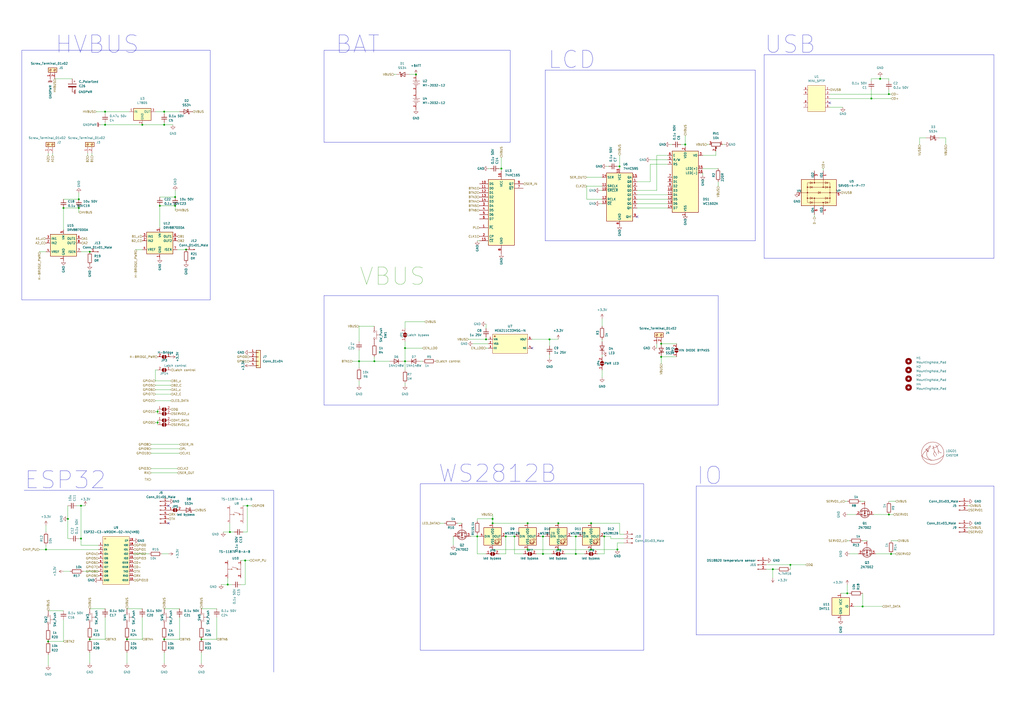
<source format=kicad_sch>
(kicad_sch (version 20230121) (generator eeschema)
  (paper "A2")
  (junction (at 116.84 370.84))
  (junction (at 36.83 120.65))
  (junction (at 241.3 43.18))
  (junction (at 342.9 303.53))
  (junction (at 39.37 300.99))
  (junction (at 383.54 199.39))
  (junction (at 298.45 311.15))
  (junction (at 60.96 72.39))
  (junction (at 334.01 311.15))
  (junction (at 342.9 318.77))
  (junction (at 143.51 293.37))
  (junction (at 500.38 351.79))
  (junction (at 142.24 325.12))
  (junction (at 285.75 303.53))
  (junction (at 95.25 72.39))
  (junction (at 323.85 318.77))
  (junction (at 323.85 303.53))
  (junction (at 73.66 370.84))
  (junction (at 60.96 64.77))
  (junction (at 133.35 308.61))
  (junction (at 95.25 64.77))
  (junction (at 91.44 238.76))
  (junction (at 314.96 311.15))
  (junction (at 234.95 209.55))
  (junction (at 46.99 312.42))
  (junction (at 359.41 96.52))
  (junction (at 515.62 54.61))
  (junction (at 293.37 311.15))
  (junction (at 45.72 115.57))
  (junction (at 306.07 318.77))
  (junction (at 334.01 321.31))
  (junction (at 306.07 303.53))
  (junction (at 318.77 196.85))
  (junction (at 95.25 370.84))
  (junction (at 46.99 293.37))
  (junction (at 397.51 83.82))
  (junction (at 107.95 144.78))
  (junction (at 350.52 311.15))
  (junction (at 285.75 300.99))
  (junction (at 234.95 201.93))
  (junction (at 91.44 245.11))
  (junction (at 52.07 146.05))
  (junction (at 448.31 330.2))
  (junction (at 132.08 339.09))
  (junction (at 101.6 114.3))
  (junction (at 458.47 327.66))
  (junction (at 92.71 119.38))
  (junction (at 217.17 209.55))
  (junction (at 516.89 321.31))
  (junction (at 52.07 370.84))
  (junction (at 383.54 207.01))
  (junction (at 82.55 72.39))
  (junction (at 290.83 97.79))
  (junction (at 26.67 318.77))
  (junction (at 510.54 45.72))
  (junction (at 314.96 321.31))
  (junction (at 45.72 120.65))
  (junction (at 491.49 344.17))
  (junction (at 281.94 196.85))
  (junction (at 505.46 57.15))
  (junction (at 208.28 209.55))
  (junction (at 358.14 318.77))
  (junction (at 101.6 119.38))
  (junction (at 515.62 298.45))
  (junction (at 276.86 311.15))
  (junction (at 27.94 372.11))
  (no_connect (at 97.79 293.37))
  (no_connect (at 369.57 125.73))
  (no_connect (at 308.61 201.93))
  (no_connect (at 97.79 303.53))
  (no_connect (at 481.33 59.69))
  (wire (pts (xy 358.14 318.77) (xy 342.9 318.77)))
  (wire (pts (xy 410.21 83.82) (xy 411.48 83.82)))
  (wire (pts (xy 516.89 57.15) (xy 505.46 57.15)))
  (wire (pts (xy 41.91 45.72) (xy 31.75 45.72)))
  (wire (pts (xy 349.25 198.12) (xy 349.25 196.85)))
  (polyline (pts (xy 443.23 149.86) (xy 576.58 149.86)))
  (wire (pts (xy 57.15 331.47) (xy 48.26 331.47)))
  (wire (pts (xy 143.51 293.37) (xy 146.05 293.37)))
  (wire (pts (xy 273.05 311.15) (xy 276.86 311.15)))
  (wire (pts (xy 518.16 298.45) (xy 515.62 298.45)))
  (wire (pts (xy 383.54 210.82) (xy 383.54 207.01)))
  (polyline (pts (xy 187.96 82.55) (xy 189.23 82.55)))
  (wire (pts (xy 342.9 318.77) (xy 323.85 318.77)))
  (wire (pts (xy 276.86 311.15) (xy 278.13 311.15)))
  (wire (pts (xy 104.14 260.35) (xy 87.63 260.35)))
  (wire (pts (xy 323.85 303.53) (xy 342.9 303.53)))
  (wire (pts (xy 208.28 189.23) (xy 217.17 189.23)))
  (wire (pts (xy 519.43 290.83) (xy 515.62 290.83)))
  (wire (pts (xy 104.14 257.81) (xy 87.63 257.81)))
  (wire (pts (xy 132.08 339.09) (xy 128.27 339.09)))
  (wire (pts (xy 487.68 344.17) (xy 491.49 344.17)))
  (wire (pts (xy 533.4 80.01) (xy 533.4 83.82)))
  (wire (pts (xy 102.87 144.78) (xy 107.95 144.78)))
  (wire (pts (xy 91.44 237.49) (xy 91.44 238.76)))
  (polyline (pts (xy 187.96 234.95) (xy 187.96 171.45)))
  (wire (pts (xy 143.51 308.61) (xy 143.51 293.37)))
  (wire (pts (xy 548.64 80.01) (xy 548.64 83.82)))
  (wire (pts (xy 349.25 205.74) (xy 349.25 207.01)))
  (wire (pts (xy 46.99 316.23) (xy 57.15 316.23)))
  (wire (pts (xy 340.36 107.95) (xy 349.25 107.95)))
  (wire (pts (xy 293.37 321.31) (xy 293.37 311.15)))
  (wire (pts (xy 73.66 384.81) (xy 73.66 378.46)))
  (wire (pts (xy 508 321.31) (xy 516.89 321.31)))
  (wire (pts (xy 377.19 105.41) (xy 369.57 105.41)))
  (wire (pts (xy 281.94 187.96) (xy 281.94 190.5)))
  (wire (pts (xy 285.75 300.99) (xy 285.75 303.53)))
  (wire (pts (xy 274.32 199.39) (xy 283.21 199.39)))
  (polyline (pts (xy 438.15 40.64) (xy 438.15 139.7)))
  (wire (pts (xy 116.84 384.81) (xy 116.84 378.46)))
  (wire (pts (xy 234.95 201.93) (xy 245.11 201.93)))
  (wire (pts (xy 306.07 318.77) (xy 323.85 318.77)))
  (wire (pts (xy 36.83 372.11) (xy 27.94 372.11)))
  (wire (pts (xy 228.6 43.18) (xy 229.87 43.18)))
  (polyline (pts (xy 316.23 139.7) (xy 316.23 40.64)))
  (wire (pts (xy 74.93 64.77) (xy 60.96 64.77)))
  (wire (pts (xy 349.25 184.785) (xy 349.25 189.23)))
  (polyline (pts (xy 187.96 29.21) (xy 187.96 82.55)))
  (wire (pts (xy 281.94 195.58) (xy 281.94 196.85)))
  (wire (pts (xy 334.01 321.31) (xy 334.01 311.15)))
  (wire (pts (xy 90.17 64.77) (xy 95.25 64.77)))
  (wire (pts (xy 416.56 107.95) (xy 416.56 105.41)))
  (wire (pts (xy 50.8 90.17) (xy 50.8 88.9)))
  (wire (pts (xy 82.55 358.14) (xy 82.55 370.84)))
  (wire (pts (xy 60.96 72.39) (xy 82.55 72.39)))
  (wire (pts (xy 505.46 57.15) (xy 505.46 52.07)))
  (wire (pts (xy 359.41 90.17) (xy 359.41 96.52)))
  (wire (pts (xy 477.52 97.79) (xy 477.52 99.06)))
  (wire (pts (xy 26.67 304.8) (xy 26.67 308.61)))
  (wire (pts (xy 45.72 120.65) (xy 36.83 120.65)))
  (wire (pts (xy 397.51 78.74) (xy 397.51 83.82)))
  (wire (pts (xy 91.44 245.11) (xy 91.44 246.38)))
  (wire (pts (xy 359.41 96.52) (xy 359.41 97.79)))
  (wire (pts (xy 481.33 57.15) (xy 505.46 57.15)))
  (wire (pts (xy 208.28 203.2) (xy 208.28 209.55)))
  (wire (pts (xy 101.6 114.3) (xy 92.71 114.3)))
  (wire (pts (xy 397.51 125.73) (xy 397.51 124.46)))
  (polyline (pts (xy 243.84 377.19) (xy 373.38 377.19)))
  (wire (pts (xy 262.89 316.23) (xy 262.89 311.15)))
  (wire (pts (xy 290.83 97.79) (xy 290.83 99.06)))
  (polyline (pts (xy 121.92 173.99) (xy 12.7 173.99)))
  (wire (pts (xy 397.51 83.82) (xy 397.51 85.09)))
  (wire (pts (xy 354.33 312.42) (xy 354.33 311.15)))
  (wire (pts (xy 95.25 71.12) (xy 95.25 72.39)))
  (wire (pts (xy 60.96 64.77) (xy 60.96 66.04)))
  (wire (pts (xy 350.52 321.31) (xy 350.52 311.15)))
  (wire (pts (xy 516.89 54.61) (xy 515.62 54.61)))
  (polyline (pts (xy 576.58 368.3) (xy 403.86 368.3)))
  (wire (pts (xy 407.67 97.79) (xy 416.56 97.79)))
  (polyline (pts (xy 316.23 40.64) (xy 438.15 40.64)))
  (wire (pts (xy 448.31 335.28) (xy 448.31 330.2)))
  (wire (pts (xy 234.95 198.12) (xy 234.95 201.93)))
  (wire (pts (xy 358.14 96.52) (xy 359.41 96.52)))
  (wire (pts (xy 36.83 120.65) (xy 36.83 133.35)))
  (wire (pts (xy 505.46 45.72) (xy 505.46 46.99)))
  (wire (pts (xy 45.72 120.65) (xy 45.72 123.19)))
  (wire (pts (xy 318.77 196.85) (xy 318.77 200.66)))
  (wire (pts (xy 73.66 353.06) (xy 82.55 353.06)))
  (wire (pts (xy 22.86 318.77) (xy 26.67 318.77)))
  (wire (pts (xy 95.25 384.81) (xy 95.25 378.46)))
  (wire (pts (xy 369.57 118.11) (xy 387.35 118.11)))
  (wire (pts (xy 381 90.17) (xy 387.35 90.17)))
  (wire (pts (xy 99.06 223.52) (xy 90.17 223.52)))
  (polyline (pts (xy 158.75 284.48) (xy 158.75 389.89)))
  (wire (pts (xy 562.61 306.07) (xy 561.34 306.07)))
  (wire (pts (xy 500.38 344.17) (xy 500.38 351.79)))
  (wire (pts (xy 359.41 309.88) (xy 361.95 309.88)))
  (wire (pts (xy 358.14 314.96) (xy 358.14 318.77)))
  (wire (pts (xy 562.61 293.37) (xy 561.34 293.37)))
  (wire (pts (xy 544.83 80.01) (xy 548.64 80.01)))
  (polyline (pts (xy 576.58 31.75) (xy 443.23 31.75)))
  (wire (pts (xy 101.6 119.38) (xy 92.71 119.38)))
  (wire (pts (xy 36.83 331.47) (xy 40.64 331.47)))
  (polyline (pts (xy 403.86 281.94) (xy 403.86 368.3)))
  (wire (pts (xy 334.01 311.15) (xy 335.28 311.15)))
  (wire (pts (xy 134.62 339.09) (xy 132.08 339.09)))
  (wire (pts (xy 101.6 110.49) (xy 101.6 114.3)))
  (wire (pts (xy 519.43 321.31) (xy 516.89 321.31)))
  (wire (pts (xy 87.63 274.32) (xy 102.87 274.32)))
  (polyline (pts (xy 416.56 171.45) (xy 416.56 234.95)))
  (wire (pts (xy 116.84 353.06) (xy 125.73 353.06)))
  (wire (pts (xy 125.73 370.84) (xy 116.84 370.84)))
  (wire (pts (xy 387.35 92.71) (xy 377.19 92.71)))
  (wire (pts (xy 60.96 358.14) (xy 60.96 370.84)))
  (wire (pts (xy 491.49 290.83) (xy 490.22 290.83)))
  (wire (pts (xy 52.07 384.81) (xy 52.07 378.46)))
  (wire (pts (xy 499.11 290.83) (xy 501.65 290.83)))
  (wire (pts (xy 515.62 45.72) (xy 510.54 45.72)))
  (wire (pts (xy 285.75 303.53) (xy 306.07 303.53)))
  (wire (pts (xy 60.96 71.12) (xy 60.96 72.39)))
  (wire (pts (xy 234.95 222.25) (xy 234.95 223.52)))
  (polyline (pts (xy 576.58 281.94) (xy 576.58 368.3)))
  (wire (pts (xy 276.86 300.99) (xy 276.86 302.26)))
  (wire (pts (xy 78.74 144.78) (xy 82.55 144.78)))
  (wire (pts (xy 95.25 64.77) (xy 104.14 64.77)))
  (wire (pts (xy 389.89 83.82) (xy 388.62 83.82)))
  (wire (pts (xy 234.95 214.63) (xy 234.95 209.55)))
  (wire (pts (xy 92.71 119.38) (xy 92.71 132.08)))
  (wire (pts (xy 90.17 238.76) (xy 91.44 238.76)))
  (wire (pts (xy 142.24 339.09) (xy 142.24 325.12)))
  (wire (pts (xy 394.97 83.82) (xy 397.51 83.82)))
  (wire (pts (xy 142.24 325.12) (xy 144.78 325.12)))
  (wire (pts (xy 104.14 370.84) (xy 95.25 370.84)))
  (wire (pts (xy 208.28 209.55) (xy 217.17 209.55)))
  (wire (pts (xy 140.97 308.61) (xy 143.51 308.61)))
  (wire (pts (xy 30.48 90.17) (xy 30.48 88.9)))
  (wire (pts (xy 387.35 95.25) (xy 377.19 95.25)))
  (wire (pts (xy 52.07 353.06) (xy 60.96 353.06)))
  (wire (pts (xy 361.95 312.42) (xy 354.33 312.42)))
  (wire (pts (xy 39.37 293.37) (xy 39.37 300.99)))
  (wire (pts (xy 60.96 370.84) (xy 52.07 370.84)))
  (wire (pts (xy 415.29 90.17) (xy 407.67 90.17)))
  (wire (pts (xy 271.78 196.85) (xy 281.94 196.85)))
  (wire (pts (xy 472.44 125.73) (xy 472.44 124.46)))
  (wire (pts (xy 308.61 196.85) (xy 318.77 196.85)))
  (wire (pts (xy 46.99 146.05) (xy 52.07 146.05)))
  (wire (pts (xy 510.54 44.45) (xy 510.54 45.72)))
  (wire (pts (xy 448.31 330.2) (xy 450.85 330.2)))
  (polyline (pts (xy 121.92 29.21) (xy 121.92 173.99)))
  (polyline (pts (xy 187.96 171.45) (xy 416.56 171.45)))
  (wire (pts (xy 234.95 201.93) (xy 234.95 209.55)))
  (wire (pts (xy 99.06 220.98) (xy 90.17 220.98)))
  (wire (pts (xy 36.83 359.41) (xy 36.83 372.11)))
  (wire (pts (xy 99.06 228.6) (xy 90.17 228.6)))
  (wire (pts (xy 281.94 196.85) (xy 283.21 196.85)))
  (polyline (pts (xy 403.86 281.94) (xy 576.58 281.94)))
  (wire (pts (xy 246.38 186.69) (xy 234.95 186.69)))
  (wire (pts (xy 491.49 298.45) (xy 496.57 298.45)))
  (wire (pts (xy 276.86 300.99) (xy 285.75 300.99)))
  (polyline (pts (xy 243.84 280.67) (xy 373.38 280.67)))
  (wire (pts (xy 45.72 312.42) (xy 46.99 312.42)))
  (wire (pts (xy 318.77 196.85) (xy 323.85 196.85)))
  (wire (pts (xy 506.73 298.45) (xy 515.62 298.45)))
  (wire (pts (xy 265.43 303.53) (xy 267.97 303.53)))
  (wire (pts (xy 359.41 309.88) (xy 359.41 303.53)))
  (wire (pts (xy 77.47 321.31) (xy 86.36 321.31)))
  (wire (pts (xy 387.35 120.65) (xy 369.57 120.65)))
  (wire (pts (xy 132.08 335.28) (xy 132.08 339.09)))
  (wire (pts (xy 381 90.17) (xy 381 110.49)))
  (wire (pts (xy 500.38 351.79) (xy 511.81 351.79)))
  (wire (pts (xy 276.86 309.88) (xy 276.86 311.15)))
  (wire (pts (xy 520.7 313.69) (xy 516.89 313.69)))
  (wire (pts (xy 139.7 325.12) (xy 142.24 325.12)))
  (wire (pts (xy 346.71 321.31) (xy 350.52 321.31)))
  (wire (pts (xy 90.17 214.63) (xy 90.17 220.98)))
  (wire (pts (xy 90.17 232.41) (xy 99.06 232.41)))
  (wire (pts (xy 281.94 201.93) (xy 283.21 201.93)))
  (wire (pts (xy 303.53 321.31) (xy 298.45 321.31)))
  (wire (pts (xy 46.99 293.37) (xy 46.99 312.42)))
  (wire (pts (xy 347.98 118.11) (xy 349.25 118.11)))
  (wire (pts (xy 383.54 199.39) (xy 392.43 199.39)))
  (polyline (pts (xy 295.91 82.55) (xy 295.91 29.21)))
  (wire (pts (xy 27.94 386.08) (xy 27.94 379.73)))
  (wire (pts (xy 53.34 90.17) (xy 53.34 88.9)))
  (wire (pts (xy 492.76 313.69) (xy 491.49 313.69)))
  (wire (pts (xy 140.97 293.37) (xy 143.51 293.37)))
  (wire (pts (xy 208.28 213.36) (xy 208.28 209.55)))
  (polyline (pts (xy 416.56 234.95) (xy 187.96 234.95)))
  (wire (pts (xy 369.57 113.03) (xy 387.35 113.03)))
  (wire (pts (xy 510.54 45.72) (xy 505.46 45.72)))
  (wire (pts (xy 44.45 293.37) (xy 46.99 293.37)))
  (wire (pts (xy 314.96 321.31) (xy 314.96 311.15)))
  (wire (pts (xy 320.04 321.31) (xy 314.96 321.31)))
  (wire (pts (xy 27.94 354.33) (xy 36.83 354.33)))
  (polyline (pts (xy 443.23 31.75) (xy 443.23 149.86)))
  (wire (pts (xy 39.37 300.99) (xy 39.37 312.42)))
  (wire (pts (xy 255.27 303.53) (xy 257.81 303.53)))
  (wire (pts (xy 492.76 321.31) (xy 497.84 321.31)))
  (polyline (pts (xy 12.7 29.21) (xy 12.7 173.99)))
  (wire (pts (xy 327.66 321.31) (xy 334.01 321.31)))
  (wire (pts (xy 492.76 344.17) (xy 491.49 344.17)))
  (wire (pts (xy 359.41 303.53) (xy 342.9 303.53)))
  (wire (pts (xy 26.67 318.77) (xy 26.67 316.23)))
  (wire (pts (xy 90.17 245.11) (xy 91.44 245.11)))
  (wire (pts (xy 340.36 102.87) (xy 349.25 102.87)))
  (wire (pts (xy 334.01 311.15) (xy 331.47 311.15)))
  (wire (pts (xy 82.55 370.84) (xy 73.66 370.84)))
  (polyline (pts (xy 576.58 149.86) (xy 576.58 31.75)))
  (wire (pts (xy 234.95 209.55) (xy 236.22 209.55)))
  (wire (pts (xy 125.73 358.14) (xy 125.73 370.84)))
  (wire (pts (xy 354.33 311.15) (xy 350.52 311.15)))
  (wire (pts (xy 208.28 189.23) (xy 208.28 198.12)))
  (wire (pts (xy 281.94 321.31) (xy 276.86 321.31)))
  (polyline (pts (xy 438.15 139.7) (xy 316.23 139.7)))
  (wire (pts (xy 377.19 95.25) (xy 377.19 105.41)))
  (wire (pts (xy 276.86 321.31) (xy 276.86 311.15)))
  (wire (pts (xy 45.72 111.76) (xy 45.72 115.57)))
  (wire (pts (xy 22.86 146.05) (xy 26.67 146.05)))
  (wire (pts (xy 339.09 321.31) (xy 334.01 321.31)))
  (wire (pts (xy 491.49 339.09) (xy 491.49 344.17)))
  (wire (pts (xy 284.48 97.79) (xy 283.21 97.79)))
  (wire (pts (xy 383.54 207.01) (xy 392.43 207.01)))
  (wire (pts (xy 46.99 316.23) (xy 46.99 312.42)))
  (wire (pts (xy 95.25 64.77) (xy 95.25 66.04)))
  (wire (pts (xy 369.57 115.57) (xy 387.35 115.57)))
  (wire (pts (xy 500.38 351.79) (xy 495.3 351.79)))
  (wire (pts (xy 285.75 298.45) (xy 285.75 300.99)))
  (wire (pts (xy 488.95 62.23) (xy 481.33 62.23)))
  (wire (pts (xy 458.47 327.66) (xy 458.47 330.2)))
  (wire (pts (xy 381 201.93) (xy 381 199.39)))
  (polyline (pts (xy 12.7 29.21) (xy 121.92 29.21)))
  (wire (pts (xy 347.98 110.49) (xy 349.25 110.49)))
  (wire (pts (xy 55.88 64.77) (xy 60.96 64.77)))
  (wire (pts (xy 458.47 327.66) (xy 467.36 327.66)))
  (wire (pts (xy 293.37 311.15) (xy 298.45 311.15)))
  (wire (pts (xy 500.38 313.69) (xy 502.92 313.69)))
  (wire (pts (xy 99.06 226.06) (xy 90.17 226.06)))
  (wire (pts (xy 289.56 97.79) (xy 290.83 97.79)))
  (wire (pts (xy 415.29 87.63) (xy 415.29 90.17)))
  (wire (pts (xy 290.83 91.44) (xy 290.83 97.79)))
  (wire (pts (xy 318.77 205.74) (xy 318.77 207.645)))
  (wire (pts (xy 133.35 308.61) (xy 133.35 303.53)))
  (wire (pts (xy 101.6 119.38) (xy 101.6 121.92)))
  (wire (pts (xy 353.06 96.52) (xy 351.79 96.52)))
  (wire (pts (xy 95.25 72.39) (xy 82.55 72.39)))
  (wire (pts (xy 204.47 209.55) (xy 208.28 209.55)))
  (wire (pts (xy 349.25 115.57) (xy 340.36 115.57)))
  (wire (pts (xy 298.45 321.31) (xy 298.45 311.15)))
  (wire (pts (xy 349.25 219.075) (xy 349.25 214.63)))
  (wire (pts (xy 361.95 314.96) (xy 358.14 314.96)))
  (polyline (pts (xy 373.38 377.19) (xy 373.38 280.67)))
  (wire (pts (xy 285.75 318.77) (xy 306.07 318.77)))
  (wire (pts (xy 97.79 321.31) (xy 93.98 321.31)))
  (wire (pts (xy 129.54 308.61) (xy 133.35 308.61)))
  (wire (pts (xy 104.14 358.14) (xy 104.14 370.84)))
  (wire (pts (xy 91.44 214.63) (xy 90.17 214.63)))
  (wire (pts (xy 217.17 207.01) (xy 217.17 209.55)))
  (wire (pts (xy 104.14 262.89) (xy 87.63 262.89)))
  (wire (pts (xy 87.63 271.78) (xy 102.87 271.78)))
  (wire (pts (xy 217.17 209.55) (xy 226.06 209.55)))
  (wire (pts (xy 243.84 209.55) (xy 245.11 209.55)))
  (wire (pts (xy 27.94 90.17) (xy 27.94 88.9)))
  (wire (pts (xy 100.33 72.39) (xy 95.25 72.39)))
  (wire (pts (xy 407.67 101.6) (xy 407.67 100.33)))
  (wire (pts (xy 533.4 80.01) (xy 537.21 80.01)))
  (wire (pts (xy 237.49 43.18) (xy 241.3 43.18)))
  (wire (pts (xy 340.36 115.57) (xy 340.36 107.95)))
  (wire (pts (xy 306.07 303.53) (xy 323.85 303.53)))
  (polyline (pts (xy 189.23 82.55) (xy 295.91 82.55)))
  (polyline (pts (xy 13.97 284.48) (xy 158.75 284.48)))
  (wire (pts (xy 91.44 243.84) (xy 91.44 245.11)))
  (polyline (pts (xy 243.84 280.67) (xy 243.84 377.19)))
  (wire (pts (xy 60.96 72.39) (xy 58.42 72.39)))
  (wire (pts (xy 39.37 312.42) (xy 40.64 312.42)))
  (wire (pts (xy 46.99 293.37) (xy 49.53 293.37)))
  (wire (pts (xy 276.86 139.7) (xy 278.13 139.7)))
  (wire (pts (xy 289.56 321.31) (xy 293.37 321.31)))
  (wire (pts (xy 448.31 330.2) (xy 444.5 330.2)))
  (polyline (pts (xy 295.91 29.21) (xy 187.96 29.21)))
  (wire (pts (xy 515.62 54.61) (xy 515.62 52.07)))
  (wire (pts (xy 314.96 311.15) (xy 316.23 311.15)))
  (wire (pts (xy 515.62 46.99) (xy 515.62 45.72)))
  (wire (pts (xy 420.37 83.82) (xy 419.1 83.82)))
  (wire (pts (xy 313.69 311.15) (xy 314.96 311.15)))
  (wire (pts (xy 135.89 308.61) (xy 133.35 308.61)))
  (wire (pts (xy 234.95 186.69) (xy 234.95 190.5)))
  (wire (pts (xy 481.33 54.61) (xy 515.62 54.61)))
  (wire (pts (xy 458.47 327.66) (xy 444.5 327.66)))
  (wire (pts (xy 381 110.49) (xy 369.57 110.49)))
  (wire (pts (xy 139.7 339.09) (xy 142.24 339.09)))
  (wire (pts (xy 95.25 353.06) (xy 104.14 353.06)))
  (wire (pts (xy 208.28 223.52) (xy 208.28 220.98)))
  (wire (pts (xy 234.95 209.55) (xy 233.68 209.55)))
  (wire (pts (xy 26.67 318.77) (xy 57.15 318.77)))
  (wire (pts (xy 91.44 238.76) (xy 91.44 240.03)))
  (wire (pts (xy 311.15 321.31) (xy 314.96 321.31)))
  (wire (pts (xy 45.72 115.57) (xy 36.83 115.57)))
  (text "ESP32" (at 13.97 284.48 0) (effects (font (size 10 10)) (justify left bottom)))
  (text "BAT" (at 194.31 31.75 0) (effects (font (size 10 10)) (justify left bottom)))
  (text "LCD" (at 317.5 40.64 0) (effects (font (size 10 10)) (justify left bottom)))
  (text "WS2812B" (at 254 280.67 0) (effects (font (size 10 10)) (justify left bottom)))
  (text "IO" (at 403.86 281.94 0) (effects (font (size 10 10)) (justify left bottom)))
  (text "VBUS" (at 208.28 166.37 0) (effects (font (size 10 10)) (justify left bottom)))
  (text "USB" (at 443.23 31.75 0) (effects (font (size 10 10)) (justify left bottom)))
  (text "HVBUS" (at 31.75 31.75 0) (effects (font (size 10 10)) (justify left bottom)))
  (hierarchical_label "SER_IN" (shape input) (at 104.14 257.81 0))
  (hierarchical_label "HVBUS" (shape input) (at 101.6 121.92 0))
  (hierarchical_label "SER_OUT" (shape input) (at 102.87 274.32 0))
  (hierarchical_label "BTN4" (shape input) (at 278.13 116.84 180))
  (hierarchical_label "GPIO8" (shape input) (at 57.15 331.47 180))
  (hierarchical_label "GPIO0" (shape input) (at 90.17 245.11 180))
  (hierarchical_label "VBUS" (shape input) (at 359.41 90.17 90))
  (hierarchical_label "GPIO5" (shape input) (at 90.17 223.52 180))
  (hierarchical_label "SER_IN" (shape input) (at 303.53 106.68 0))
  (hierarchical_label "GPIO4" (shape input) (at 90.17 220.98 180))
  (hierarchical_label "BTN6" (shape input) (at 125.73 370.84 0))
  (hierarchical_label "B1_c" (shape input) (at 99.06 220.98 0))
  (hierarchical_label "GPIO3" (shape input) (at 87.63 271.78 180))
  (hierarchical_label "CHIP_PU" (shape input) (at 22.86 318.77 180))
  (hierarchical_label "SERVO1_c" (shape input) (at 490.22 290.83 180))
  (hierarchical_label "GPIO0" (shape input) (at 144.78 207.01 180))
  (hierarchical_label "VBUS" (shape input) (at 520.7 313.69 0))
  (hierarchical_label "EN_LDO" (shape input) (at 281.94 201.93 180))
  (hierarchical_label "VBUS" (shape input) (at 208.28 189.23 180))
  (hierarchical_label "D-" (shape input) (at 516.89 54.61 0))
  (hierarchical_label "VBUS" (shape input) (at 397.51 78.74 90))
  (hierarchical_label "GPIO2" (shape input) (at 77.47 321.31 0))
  (hierarchical_label "GPIO7" (shape input) (at 90.17 228.6 180))
  (hierarchical_label "TX" (shape input) (at 77.47 331.47 0))
  (hierarchical_label "SERVO1" (shape input) (at 518.16 298.45 0))
  (hierarchical_label "CLK2" (shape input) (at 102.87 271.78 0))
  (hierarchical_label "GPIO1" (shape input) (at 77.47 318.77 0))
  (hierarchical_label "CHIP_PU" (shape input) (at 144.78 325.12 0))
  (hierarchical_label "GPIO10" (shape input) (at 87.63 262.89 180))
  (hierarchical_label "D-" (shape input) (at 472.44 125.73 270))
  (hierarchical_label "VBUS" (shape input) (at 285.75 298.45 180))
  (hierarchical_label "VBUS" (shape input) (at 73.66 353.06 90))
  (hierarchical_label "A2" (shape input) (at 27.94 90.17 270))
  (hierarchical_label "GPIO9" (shape input) (at 57.15 334.01 180))
  (hierarchical_label "B1" (shape input) (at 53.34 90.17 270))
  (hierarchical_label "BTN2" (shape input) (at 278.13 111.76 180))
  (hierarchical_label "D+" (shape input) (at 516.89 57.15 0))
  (hierarchical_label "PL" (shape input) (at 278.13 132.08 180))
  (hierarchical_label "VBUS" (shape input) (at 228.6 43.18 180))
  (hierarchical_label "BTN5" (shape input) (at 104.14 370.84 0))
  (hierarchical_label "DQ" (shape input) (at 99.06 237.49 0))
  (hierarchical_label "VBUS" (shape input) (at 111.76 64.77 0))
  (hierarchical_label "SERVO2" (shape input) (at 519.43 321.31 0))
  (hierarchical_label "VBUS" (shape input) (at 116.84 353.06 90))
  (hierarchical_label "H-BRIDGE_PWR" (shape input) (at 22.86 146.05 270))
  (hierarchical_label "BTN4" (shape input) (at 82.55 370.84 0))
  (hierarchical_label "GPIO9" (shape input) (at 146.05 293.37 0))
  (hierarchical_label "A2_C" (shape input) (at 26.67 140.97 180))
  (hierarchical_label "A1" (shape input) (at 46.99 138.43 0))
  (hierarchical_label "RX" (shape input) (at 97.79 298.45 0))
  (hierarchical_label "RX" (shape input) (at 87.63 274.32 180))
  (hierarchical_label "GPIO3" (shape input) (at 77.47 323.85 0))
  (hierarchical_label "VBUS" (shape input) (at 113.03 295.91 0))
  (hierarchical_label "GPIO9" (shape input) (at 87.63 260.35 180))
  (hierarchical_label "B2_C" (shape input) (at 99.06 223.52 0))
  (hierarchical_label "BTN2" (shape input) (at 36.83 372.11 0))
  (hierarchical_label "DQ" (shape input) (at 467.36 327.66 0))
  (hierarchical_label "A2" (shape input) (at 46.99 140.97 0))
  (hierarchical_label "HVBUS" (shape input) (at 45.72 123.19 0))
  (hierarchical_label "VBUS" (shape input) (at 271.78 196.85 180))
  (hierarchical_label "H-BRIDGE_PWR" (shape input) (at 78.74 144.78 270))
  (hierarchical_label "VBUS" (shape input) (at 416.56 107.95 270))
  (hierarchical_label "Latch control" (shape input) (at 252.73 209.55 0))
  (hierarchical_label "GPIO4" (shape input) (at 57.15 321.31 180))
  (hierarchical_label "VUSB" (shape input) (at 533.4 83.82 270))
  (hierarchical_label "VBUS" (shape input) (at 548.64 83.82 270))
  (hierarchical_label "D-" (shape input) (at 77.47 328.93 0))
  (hierarchical_label "GPIO6" (shape input) (at 57.15 326.39 180))
  (hierarchical_label "VBUS" (shape input) (at 410.21 83.82 180))
  (hierarchical_label "DHT_DATA" (shape input) (at 99.06 243.84 0))
  (hierarchical_label "PL" (shape input) (at 104.14 260.35 0))
  (hierarchical_label "B2" (shape input) (at 50.8 90.17 270))
  (hierarchical_label "BTN1" (shape input) (at 204.47 209.55 180))
  (hierarchical_label "D+" (shape input) (at 77.47 326.39 0))
  (hierarchical_label "VBUS" (shape input) (at 52.07 353.06 90))
  (hierarchical_label "SER_OUT" (shape input) (at 340.36 102.87 180))
  (hierarchical_label "BTN3" (shape input) (at 278.13 114.3 180))
  (hierarchical_label "SERVO1" (shape input) (at 561.34 295.91 0))
  (hierarchical_label "VBUS" (shape input) (at 95.25 353.06 90))
  (hierarchical_label "A1_c" (shape input) (at 26.67 138.43 180))
  (hierarchical_label "GPIO1" (shape input) (at 144.78 209.55 180))
  (hierarchical_label "Latch control" (shape input) (at 99.06 214.63 0))
  (hierarchical_label "BTN5" (shape input) (at 278.13 119.38 180))
  (hierarchical_label "BTN1" (shape input) (at 278.13 109.22 180))
  (hierarchical_label "A1_c" (shape input) (at 99.06 226.06 0))
  (hierarchical_label "TX" (shape input) (at 97.79 300.99 0))
  (hierarchical_label "VBUS" (shape input) (at 290.83 91.44 90))
  (hierarchical_label "GPIO0" (shape input) (at 77.47 316.23 0))
  (hierarchical_label "H-BRIDGE_PWR" (shape input) (at 91.44 207.01 180))
  (hierarchical_label "VBUS" (shape input) (at 27.94 354.33 90))
  (hierarchical_label "VBUS" (shape input) (at 519.43 290.83 0))
  (hierarchical_label "VBUS" (shape input) (at 246.38 186.69 0))
  (hierarchical_label "SERVO2_c" (shape input) (at 491.49 313.69 180))
  (hierarchical_label "GPIO5" (shape input) (at 57.15 323.85 180))
  (hierarchical_label "DHT_DATA" (shape input) (at 511.81 351.79 0))
  (hierarchical_label "CLK1" (shape input) (at 104.14 262.89 0))
  (hierarchical_label "GPIO10" (shape input) (at 77.47 336.55 0))
  (hierarchical_label "GPIO6" (shape input) (at 90.17 226.06 180))
  (hierarchical_label "VUSB" (shape input) (at 481.33 52.07 0))
  (hierarchical_label "EN_LDO" (shape input) (at 245.11 201.93 0))
  (hierarchical_label "A2_C" (shape input) (at 99.06 228.6 0))
  (hierarchical_label "GPIO7" (shape input) (at 57.15 328.93 180))
  (hierarchical_label "CLK2" (shape input) (at 340.36 107.95 180))
  (hierarchical_label "D+" (shape input) (at 477.52 97.79 90))
  (hierarchical_label "GPIO1" (shape input) (at 90.17 238.76 180))
  (hierarchical_label "VUSB" (shape input) (at 487.68 111.76 0))
  (hierarchical_label "B2_C" (shape input) (at 82.55 139.7 180))
  (hierarchical_label "VBUS" (shape input) (at 562.61 293.37 0))
  (hierarchical_label "LED_DATA" (shape input) (at 255.27 303.53 180))
  (hierarchical_label "GPIO2" (shape input) (at 90.17 232.41 180))
  (hierarchical_label "VBUS" (shape input) (at 562.61 306.07 0))
  (hierarchical_label "TX" (shape input) (at 87.63 278.13 180))
  (hierarchical_label "SERVO2" (shape input) (at 561.34 308.61 0))
  (hierarchical_label "BTN3" (shape input) (at 60.96 370.84 0))
  (hierarchical_label "VBUS" (shape input) (at 383.54 210.82 270))
  (hierarchical_label "CLK1" (shape input) (at 278.13 137.16 180))
  (hierarchical_label "SERVO1_c" (shape input) (at 99.06 246.38 0))
  (hierarchical_label "RX" (shape input) (at 77.47 334.01 0))
  (hierarchical_label "BTN6" (shape input) (at 278.13 121.92 180))
  (hierarchical_label "HVBUS" (shape input) (at 55.88 64.77 180))
  (hierarchical_label "B1_c" (shape input) (at 82.55 137.16 180))
  (hierarchical_label "LED_DATA" (shape input) (at 99.06 232.41 0))
  (hierarchical_label "B2" (shape input) (at 102.87 139.7 0))
  (hierarchical_label "HVBUS" (shape input) (at 31.75 45.72 270))
  (hierarchical_label "B1" (shape input) (at 102.87 137.16 0))
  (hierarchical_label "GPIO8" (shape input) (at 87.63 257.81 180))
  (hierarchical_label "A1" (shape input) (at 30.48 90.17 270))
  (hierarchical_label "SERVO2_c" (shape input) (at 99.06 240.03 0))
  (symbol (lib_id "Device:C_Small") (at 392.43 83.82 270) (mirror x) (unit 1)
    (property "Reference" "C6" (at 393.7 81.28 0) (effects (justify left)))
    (property "Value" "0.1u 50V" (at 391.16 81.28 0) (effects (justify left)))
    (property "Footprint" "Capacitor_SMD:C_0402_1005Metric" (effects hide))
    (property "LCSC" "C307331" (effects hide))
  )
  (symbol (lib_id "Device:C_Small") (at 281.94 193.04 0) (mirror y) (unit 1)
    (property "Reference" "C8" (at 279.4 191.77 0) (effects (justify left)))
    (property "Value" "1u 25V" (at 279.4 194.31 0) (effects (justify left)))
    (property "Footprint" "Capacitor_SMD:C_0402_1005Metric" (effects hide))
    (property "LCSC" "C52923" (effects hide))
  )
  (symbol (lib_id "power:+3.3V") (at 491.49 339.09 0) (unit 1)
    (property "Reference" "#PWR053" (effects hide))
    (property "Value" "+3.3V" (at 488.95 337.8201 0) (effects (justify right)))
  )
  (symbol (lib_id "Connector:Conn_01x03_Male") (at 556.26 293.37 0) (unit 1)
    (property "Reference" "J5" (at 553.72 293.37 0))
    (property "Value" "Conn_01x03_Male" (at 547.37 290.83 0))
    (property "Footprint" "Connector_PinHeader_2.54mm:PinHeader_1x03_P2.54mm_Vertical" (effects hide))
  )
  (symbol (lib_id "Device:R") (at 208.28 217.17 0) (unit 1)
    (property "Reference" "R6" (at 212.09 218.44 0))
    (property "Value" "10k" (at 212.09 215.9 0))
    (property "Footprint" "Resistor_SMD:R_0402_1005Metric" (effects hide))
    (property "LCSC" "C25744" (effects hide))
  )
  (symbol (lib_id "Jumper:SolderJumper_2_Open") (at 95.25 243.84 0) (unit 1) (in_bom no)
    (property "Reference" "JP12" (effects hide))
    (property "Value" "Servo1" (effects hide))
    (property "Footprint" "Jumper:SolderJumper-2_P1.3mm_Open_RoundedPad1.0x1.5mm" (effects hide))
  )
  (symbol (lib_id "Jumper:SolderJumper_2_Open") (at 342.9 321.31 0) (unit 1) (in_bom no)
    (property "Reference" "JP9" (at 342.9 319.278 0))
    (property "Value" "led bypass" (at 347.98 323.85 0) (effects (justify right)))
    (property "Footprint" "Jumper:SolderJumper-2_P1.3mm_Open_RoundedPad1.0x1.5mm" (effects hide))
  )
  (symbol (lib_id "Jumper:SolderJumper_2_Open") (at 392.43 203.2 90) (unit 1) (in_bom no)
    (property "Reference" "JP2" (at 390.398 203.2 0))
    (property "Value" "VIN DIODE BYPASS" (at 393.7 203.2 90) (effects (justify right)))
    (property "Footprint" "Jumper:SolderJumper-2_P1.3mm_Open_RoundedPad1.0x1.5mm" (effects hide))
  )
  (symbol (lib_id "Device:C_Small") (at 36.83 118.11 0) (unit 1)
    (property "Reference" "C18" (at 39.37 116.84 0) (effects (justify left)))
    (property "Value" "0.1u 50V" (at 39.37 119.38 0) (effects (justify left)))
    (property "Footprint" "Capacitor_SMD:C_0402_1005Metric" (effects hide))
    (property "LCSC" "C307331" (effects hide))
  )
  (symbol (lib_id "Switch:SW_Push") (at 116.84 358.14 270) (unit 1) (in_bom no)
    (property "Reference" "SW6" (at 115.57 358.14 0))
    (property "Value" "SW_Push" (at 120.65 358.14 0))
    (property "Footprint" "Button_Switch_THT:SW_PUSH_6mm" (effects hide))
  )
  (symbol (lib_id "power:GND") (at 351.79 96.52 270) (mirror x) (unit 1)
    (property "Reference" "#PWR012" (effects hide))
    (property "Value" "GND" (at 345.44 96.52 90) (effects (justify left)))
  )
  (symbol (lib_id "Mechanical:MountingHole") (at 527.05 219.71 270) (unit 1)
    (property "Reference" "H3" (at 531.495 217.805 90) (effects (justify left)))
    (property "Value" "MountingHole_Pad" (at 531.495 220.345 90) (effects (justify left)))
    (property "Footprint" "MountingHole:MountingHole_3.2mm_M3" (effects hide))
  )
  (symbol (lib_id "power:GND") (at 241.3 63.5 0) (unit 1)
    (property "Reference" "#PWR07" (effects hide))
    (property "Value" "GND" (at 241.3 68.58 0))
  )
  (symbol (lib_id "Device:R") (at 496.57 344.17 90) (unit 1)
    (property "Reference" "R18" (at 497.84 340.36 0))
    (property "Value" "10k" (at 495.3 340.36 0))
    (property "Footprint" "Resistor_SMD:R_0402_1005Metric" (effects hide))
    (property "LCSC" "C25744" (effects hide))
  )
  (symbol (lib_id "power:GND") (at 45.72 111.76 180) (unit 1)
    (property "Reference" "#PWR0103" (effects hide))
    (property "Value" "GND" (at 45.72 106.68 90))
  )
  (symbol (lib_id "power:GND") (at 73.66 384.81 0) (unit 1)
    (property "Reference" "#PWR0113" (effects hide))
    (property "Value" "GND" (at 73.66 389.89 0))
  )
  (symbol (lib_id "0_JLCPCB_Symbols:ESP32-C3-WROOM-02-N4(4MB)") (at 64.77 316.23 0) (unit 1)
    (property "Reference" "U9" (at 67.31 306.07 0))
    (property "Value" "ESP32-C3-WROOM-02-N4(4MB)" (at 64.77 308.61 0))
    (property "Footprint" "0_JLCPCB_Footprints:BULETM-SMD_ESPRESSIF_ESP32-C3-WROOM-02-N4-4MB" (effects hide))
    (property "Datasheet" "https://atta.szlcsc.com/upload/public/pdf/source/20220106/F07459EFFE1D7CBA94B4FB8A075146A6.pdf" (effects hide))
    (property "LCSC" "C2934560" (effects hide))
  )
  (symbol (lib_id "power:GND") (at 36.83 151.13 0) (unit 1)
    (property "Reference" "#PWR0106" (effects hide))
    (property "Value" "GND" (at 36.83 156.21 90))
  )
  (symbol (lib_id "Device:R") (at 276.86 306.07 0) (mirror y) (unit 1)
    (property "Reference" "R11" (at 274.32 308.61 90))
    (property "Value" "5.1k" (at 274.32 304.8 90))
    (property "Footprint" "Resistor_SMD:R_0805_2012Metric" (effects hide))
    (property "LCSC" "C27834" (effects hide))
  )
  (symbol (lib_id "Device:R") (at 516.89 317.5 0) (unit 1)
    (property "Reference" "R14" (at 519.43 317.5 90))
    (property "Value" "1k" (at 514.35 316.23 90))
    (property "Footprint" "Resistor_SMD:R_0402_1005Metric" (effects hide))
    (property "LCSC" "C11702" (effects hide))
  )
  (symbol (lib_id "Device:R") (at 52.07 149.86 0) (unit 1)
    (property "Reference" "R19" (at 54.61 148.5899 0) (effects (justify left)))
    (property "Value" "0R" (at 54.61 151.1299 0) (effects (justify left)))
    (property "Footprint" "Resistor_SMD:R_1206_3216Metric" (effects hide))
    (property "LCSC" "C17888" (effects hide))
  )
  (symbol (lib_id "LED:WS2812B") (at 285.75 311.15 0) (unit 1)
    (property "Reference" "D9" (at 297.18 306.8193 0))
    (property "Value" "WS2812B" (at 297.18 309.3593 0))
    (property "Footprint" "LED_SMD:LED_WS2812B_PLCC4_5.0x5.0mm_P3.2mm" (effects hide))
    (property "Datasheet" "https://cdn-shop.adafruit.com/datasheets/WS2812B.pdf" (effects hide))
    (property "LCSC" "C2843785" (effects hide))
  )
  (symbol (lib_id "Device:C_Small") (at 318.77 203.2 0) (unit 1)
    (property "Reference" "C9" (at 321.31 201.93 0) (effects (justify left)))
    (property "Value" "1u 25V" (at 321.31 204.47 0) (effects (justify left)))
    (property "Footprint" "Capacitor_SMD:C_0402_1005Metric" (effects hide))
    (property "LCSC" "C52923" (effects hide))
  )
  (symbol (lib_id "power:GND") (at 420.37 83.82 90) (mirror x) (unit 1)
    (property "Reference" "#PWR09" (effects hide))
    (property "Value" "GND" (at 426.72 83.82 90) (effects (justify left)))
  )
  (symbol (lib_id "Device:C_Small") (at 515.62 49.53 0) (unit 1)
    (property "Reference" "C2" (at 518.16 48.26 0) (effects (justify left)))
    (property "Value" "0.1u 50V" (at 518.16 50.8 0) (effects (justify left)))
    (property "Footprint" "Capacitor_SMD:C_0402_1005Metric" (effects hide))
    (property "LCSC" "C307331" (effects hide))
  )
  (symbol (lib_id "power:+3.3V") (at 97.79 321.31 270) (unit 1)
    (property "Reference" "#PWR047" (effects hide))
    (property "Value" "+3.3V" (at 102.87 321.31 0))
  )
  (symbol (lib_id "Device:C_Small") (at 43.18 312.42 90) (unit 1)
    (property "Reference" "C12" (at 41.91 309.88 0) (effects (justify left)))
    (property "Value" "0.1u 50V" (at 44.45 309.88 0) (effects (justify left)))
    (property "Footprint" "Capacitor_SMD:C_0402_1005Metric" (effects hide))
    (property "LCSC" "C307331" (effects hide))
  )
  (symbol (lib_id "Driver_Motor:DRV8870DDA") (at 92.71 139.7 0) (unit 1)
    (property "Reference" "U12" (at 94.7294 129.54 0) (effects (justify left)))
    (property "Value" "DRV8870DDA" (at 94.7294 132.08 0) (effects (justify left)))
    (property "Footprint" "Package_SO:Texas_HTSOP-8-1EP_3.9x4.9mm_P1.27mm_EP2.95x4.9mm_Mask2.4x3.1mm_ThermalVias" (effects hide))
    (property "Datasheet" "http://www.ti.com/lit/ds/symlink/drv8870.pdf" (effects hide))
  )
  (symbol (lib_id "power:GND") (at 407.67 101.6 0) (mirror y) (unit 1)
    (property "Reference" "#PWR013" (effects hide))
    (property "Value" "GND" (at 407.67 107.95 90) (effects (justify left)))
  )
  (symbol (lib_id "Connector:Conn_01x03_Male") (at 367.03 312.42 180) (unit 1)
    (property "Reference" "J10" (at 368.3 311.1499 0) (effects (justify right)))
    (property "Value" "Conn_01x03_Male" (at 368.3 313.6899 0) (effects (justify right)))
    (property "Footprint" "Connector_PinHeader_2.54mm:PinHeader_1x03_P2.54mm_Vertical" (effects hide))
  )
  (symbol (lib_id "power:GND") (at 57.15 336.55 270) (unit 1)
    (property "Reference" "#PWR052" (effects hide))
    (property "Value" "GND" (at 50.8 336.55 90) (effects (justify left)))
  )
  (symbol (lib_id "74xx:74HC165") (at 290.83 121.92 0) (unit 1)
    (property "Reference" "U13" (at 292.8494 99.06 0) (effects (justify left)))
    (property "Value" "74HC165" (at 292.8494 101.6 0) (effects (justify left)))
    (property "Footprint" "0_JLCPCB_Footprints:SOIC-16_L9.9-W3.9-P1.27-LS6.0-BL" (effects hide))
    (property "Datasheet" "https://assets.nexperia.com/documents/data-sheet/74HC_HCT165.pdf" (effects hide))
  )
  (symbol (lib_id "Jumper:SolderJumper_2_Open") (at 349.25 210.82 90) (unit 1) (in_bom no)
    (property "Reference" "JP4" (at 347.218 210.82 0))
    (property "Value" "PWR LED" (at 350.52 210.82 90) (effects (justify right)))
    (property "Footprint" "Jumper:SolderJumper-2_P1.3mm_Open_RoundedPad1.0x1.5mm" (effects hide))
  )
  (symbol (lib_id "Jumper:SolderJumper_2_Open") (at 95.25 237.49 0) (unit 1) (in_bom no)
    (property "Reference" "JP10" (effects hide))
    (property "Value" "Servo1" (effects hide))
    (property "Footprint" "Jumper:SolderJumper-2_P1.3mm_Open_RoundedPad1.0x1.5mm" (effects hide))
  )
  (symbol (lib_id "Diode:1N4148W") (at 229.87 209.55 180) (unit 1)
    (property "Reference" "D6" (at 229.87 207.01 0))
    (property "Value" "1N4148W" (at 229.87 212.09 0))
    (property "Footprint" "Diode_SMD:D_SOD-123" (effects hide))
    (property "Datasheet" "https://www.vishay.com/docs/85748/1n4148w.pdf" (effects hide))
    (property "LCSC" "C81598" (effects hide))
  )
  (symbol (lib_id "Jumper:SolderJumper_2_Open") (at 95.25 246.38 0) (unit 1) (in_bom no)
    (property "Reference" "JP13" (effects hide))
    (property "Value" "Servo1" (effects hide))
    (property "Footprint" "Jumper:SolderJumper-2_P1.3mm_Open_RoundedPad1.0x1.5mm" (effects hide))
  )
  (symbol (lib_id "power:+3.3V") (at 448.31 335.28 180) (unit 1)
    (property "Reference" "#PWR051" (effects hide))
    (property "Value" "+3.3V" (at 450.85 336.5499 0) (effects (justify right)))
  )
  (symbol (lib_id "power:GND") (at 95.25 384.81 0) (unit 1)
    (property "Reference" "#PWR0108" (effects hide))
    (property "Value" "GND" (at 95.25 389.89 0))
  )
  (symbol (lib_id "Power_Protection:SRV05-4") (at 474.98 111.76 270) (unit 1)
    (property "Reference" "U5" (at 494.03 105.1812 90))
    (property "Value" "SRV05-4-P-T7" (at 494.03 107.7212 90))
    (property "Footprint" "Package_TO_SOT_SMD:SOT-23-6" (effects hide))
    (property "Datasheet" "http://www.onsemi.com/pub/Collateral/SRV05-4-D.PDF" (effects hide))
    (property "LCSC" "C85364" (effects hide))
  )
  (symbol (lib_id "Switch:SW_Push") (at 73.66 358.14 270) (unit 1) (in_bom no)
    (property "Reference" "SW4" (at 72.39 358.14 0))
    (property "Value" "SW_Push" (at 77.47 358.14 0))
    (property "Footprint" "Button_Switch_THT:SW_PUSH_6mm" (effects hide))
  )
  (symbol (lib_id "Transistor_FET:2N7002") (at 267.97 308.61 270) (unit 1)
    (property "Reference" "Q2" (at 267.97 316.23 90))
    (property "Value" "2N7002" (at 267.97 318.77 90))
    (property "Footprint" "Package_TO_SOT_SMD:SOT-23" (effects hide))
    (property "Datasheet" "https://www.onsemi.com/pub/Collateral/NDS7002A-D.PDF" (effects hide))
    (property "LCSC" "C8545" (effects hide))
  )
  (symbol (lib_id "Diode:1N4148W") (at 240.03 209.55 0) (unit 1)
    (property "Reference" "D7" (at 240.03 207.01 0))
    (property "Value" "1N4148W" (at 240.03 212.09 0))
    (property "Footprint" "Diode_SMD:D_SOD-123" (effects hide))
    (property "Datasheet" "https://www.vishay.com/docs/85748/1n4148w.pdf" (effects hide))
    (property "LCSC" "C81598" (effects hide))
  )
  (symbol (lib_id "power:+3.3V") (at 36.83 331.47 90) (unit 1)
    (property "Reference" "#PWR050" (effects hide))
    (property "Value" "+3.3V" (at 31.75 331.47 0))
  )
  (symbol (lib_id "power:GND") (at 92.71 149.86 0) (unit 1)
    (property "Reference" "#PWR0112" (effects hide))
    (property "Value" "GND" (at 92.71 154.94 90))
  )
  (symbol (lib_id "power:GND") (at 39.37 300.99 270) (mirror x) (unit 1)
    (property "Reference" "#PWR040" (effects hide))
    (property "Value" "GND" (at 35.56 300.99 0))
  )
  (symbol (lib_id "Device:C_Small") (at 104.14 355.6 0) (mirror x) (unit 1)
    (property "Reference" "C21" (at 106.68 356.87 0) (effects (justify left)))
    (property "Value" "0.1u 50V" (at 106.68 354.33 0) (effects (justify left)))
    (property "Footprint" "Capacitor_SMD:C_0402_1005Metric" (effects hide))
    (property "LCSC" "C307331" (effects hide))
  )
  (symbol (lib_id "Device:C_Small") (at 41.91 293.37 270) (mirror x) (unit 1)
    (property "Reference" "C11" (at 43.18 290.83 0) (effects (justify left)))
    (property "Value" "10u" (at 40.64 290.83 0) (effects (justify left)))
    (property "Footprint" "Capacitor_SMD:C_0805_2012Metric" (effects hide))
    (property "LCSC" "C15850" (effects hide))
  )
  (symbol (lib_id "Connector:Conn_01x03_Male") (at 556.26 306.07 0) (unit 1)
    (property "Reference" "J9" (at 553.72 306.07 0))
    (property "Value" "Conn_01x03_Male" (at 546.1 303.53 0))
    (property "Footprint" "Connector_PinHeader_2.54mm:PinHeader_1x03_P2.54mm_Vertical" (effects hide))
  )
  (symbol (lib_id "Device:R") (at 52.07 374.65 0) (unit 1)
    (property "Reference" "R28" (at 55.88 375.92 0))
    (property "Value" "10k" (at 55.88 373.38 0))
    (property "Footprint" "Resistor_SMD:R_0402_1005Metric" (effects hide))
    (property "LCSC" "C25744" (effects hide))
  )
  (symbol (lib_id "Connector:Screw_Terminal_01x02") (at 29.21 40.64 90) (unit 1) (in_bom no)
    (property "Reference" "J1" (at 34.29 39.3699 90) (effects (justify right)))
    (property "Value" "Screw_Terminal_01x02" (at 17.78 36.83 90) (effects (justify right)))
    (property "Footprint" "0_JLCPCB_Footprints:CONN-TH_P5.00_KF301-5.0-2P" (effects hide))
    (property "LCSC" "C474881" (effects hide))
  )
  (symbol (lib_id "power:GND") (at 281.94 187.96 270) (unit 1)
    (property "Reference" "#PWR027" (effects hide))
    (property "Value" "GND" (at 276.86 187.96 90))
  )
  (symbol (lib_id "0_JLCPCB_Symbols:TS-1187A-B-A-B") (at 135.89 330.2 270) (unit 1)
    (property "Reference" "U10" (at 134.62 323.85 90) (effects (justify left)))
    (property "Value" "TS-1187A-B-A-B" (at 127 320.04 90) (effects (justify left)))
    (property "Footprint" "0_JLCPCB_Footprints:SW-SMD_4P-L5.1-W5.1-P3.70-LS6.5-TL-2" (effects hide))
    (property "Datasheet" "https://item.szlcsc.com/300285.html" (effects hide))
    (property "LCSC" "C318884" (effects hide))
  )
  (symbol (lib_id "Device:R") (at 495.3 290.83 270) (unit 1)
    (property "Reference" "R8" (at 495.3 293.37 90))
    (property "Value" "1k" (at 496.57 288.29 90))
    (property "Footprint" "Resistor_SMD:R_0402_1005Metric" (effects hide))
    (property "LCSC" "C11702" (effects hide))
  )
  (symbol (lib_id "Device:R") (at 217.17 203.2 0) (unit 1)
    (property "Reference" "R4" (at 220.98 204.47 0))
    (property "Value" "1k" (at 220.98 201.93 0))
    (property "Footprint" "Resistor_SMD:R_0402_1005Metric" (effects hide))
    (property "LCSC" "C11702" (effects hide))
  )
  (symbol (lib_id "power:+3.3V") (at 26.67 304.8 0) (unit 1)
    (property "Reference" "#PWR042" (effects hide))
    (property "Value" "+3.3V" (at 26.67 299.72 0))
  )
  (symbol (lib_id "Connector:Conn_01x06_Male") (at 92.71 295.91 0) (unit 1)
    (property "Reference" "J6" (at 93.345 285.75 0))
    (property "Value" "Conn_01x06_Male" (at 93.345 288.29 0))
    (property "Footprint" "Connector_PinHeader_2.54mm:PinHeader_1x06_P2.54mm_Vertical" (effects hide))
  )
  (symbol (lib_id "Jumper:SolderJumper_2_Open") (at 285.75 321.31 0) (unit 1) (in_bom no)
    (property "Reference" "JP6" (at 285.75 319.278 0))
    (property "Value" "led bypass" (at 290.83 323.85 0) (effects (justify right)))
    (property "Footprint" "Jumper:SolderJumper-2_P1.3mm_Open_RoundedPad1.0x1.5mm" (effects hide))
  )
  (symbol (lib_id "power:GND") (at 561.34 303.53 90) (unit 1)
    (property "Reference" "#PWR041" (effects hide))
    (property "Value" "GND" (at 565.15 303.53 90) (effects (justify right)))
  )
  (symbol (lib_id "power:GND") (at 276.86 139.7 0) (mirror y) (unit 1)
    (property "Reference" "#PWR0101" (effects hide))
    (property "Value" "GND" (at 276.86 146.05 90) (effects (justify left)))
  )
  (symbol (lib_id "0_JLCPCB_Symbols:CASTOR") (at 541.02 262.89 0) (unit 1)
    (property "Reference" "LOGO1" (at 548.64 261.6199 0) (effects (justify left)))
    (property "Value" "CASTOR" (at 548.64 264.1599 0) (effects (justify left)))
    (property "Footprint" "0_JLCPCB_Footprints:Castor logo" (effects hide))
  )
  (symbol (lib_id "0_JLCPCB_Symbols:MINI_5PTP") (at 473.71 44.45 0) (unit 1)
    (property "Reference" "U1" (at 473.71 44.45 0))
    (property "Value" "MINI_5PTP" (at 473.71 46.99 0))
    (property "Footprint" "0_JLCPCB_Footprints:MINI-USB-SMD_MINI-5PTP" (effects hide))
    (property "Datasheet" "https://item.szlcsc.com/2774906.html" (effects hide))
    (property "LCSC" "C2681563" (effects hide))
  )
  (symbol (lib_id "Device:R") (at 116.84 367.03 0) (unit 1)
    (property "Reference" "R26" (at 120.65 368.3 0))
    (property "Value" "1k" (at 120.65 365.76 0))
    (property "Footprint" "Resistor_SMD:R_0402_1005Metric" (effects hide))
    (property "LCSC" "C11702" (effects hide))
  )
  (symbol (lib_id "Device:C_Small") (at 125.73 355.6 0) (mirror x) (unit 1)
    (property "Reference" "C24" (at 128.27 356.87 0) (effects (justify left)))
    (property "Value" "0.1u 50V" (at 128.27 354.33 0) (effects (justify left)))
    (property "Footprint" "Capacitor_SMD:C_0402_1005Metric" (effects hide))
    (property "LCSC" "C307331" (effects hide))
  )
  (symbol (lib_id "power:GND") (at 208.28 223.52 0) (unit 1)
    (property "Reference" "#PWR033" (effects hide))
    (property "Value" "GND" (at 208.28 228.6 0))
  )
  (symbol (lib_id "Device:C_Small") (at 36.83 356.87 0) (mirror x) (unit 1)
    (property "Reference" "C16" (at 39.37 358.14 0) (effects (justify left)))
    (property "Value" "0.1u 50V" (at 39.37 355.6 0) (effects (justify left)))
    (property "Footprint" "Capacitor_SMD:C_0402_1005Metric" (effects hide))
    (property "LCSC" "C307331" (effects hide))
  )
  (symbol (lib_id "Device:R") (at 26.67 312.42 180) (unit 1)
    (property "Reference" "R12" (at 24.13 312.42 90))
    (property "Value" "10k" (at 29.21 313.69 90))
    (property "Footprint" "Resistor_SMD:R_0402_1005Metric" (effects hide))
    (property "LCSC" "C25744" (effects hide))
  )
  (symbol (lib_id "power:GNDPWR") (at 58.42 72.39 270) (unit 1)
    (property "Reference" "#PWR04" (effects hide))
    (property "Value" "GNDPWR" (at 52.07 72.39 90))
  )
  (symbol (lib_id "Switch:SW_Push") (at 95.25 358.14 270) (unit 1) (in_bom no)
    (property "Reference" "SW5" (at 93.98 358.14 0))
    (property "Value" "SW_Push" (at 99.06 358.14 0))
    (property "Footprint" "Button_Switch_THT:SW_PUSH_6mm" (effects hide))
  )
  (symbol (lib_id "power:GND") (at 377.19 92.71 270) (mirror x) (unit 1)
    (property "Reference" "#PWR011" (effects hide))
    (property "Value" "GND" (at 370.84 92.71 90) (effects (justify left)))
  )
  (symbol (lib_id "Connector:Screw_Terminal_01x02") (at 27.94 83.82 90) (unit 1) (in_bom no)
    (property "Reference" "J2" (at 33.02 82.5499 90) (effects (justify right)))
    (property "Value" "Screw_Terminal_01x02" (at 16.51 80.01 90) (effects (justify right)))
    (property "Footprint" "0_JLCPCB_Footprints:CONN-TH_P5.00_KF301-5.0-2P" (effects hide))
    (property "LCSC" "C474881" (effects hide))
  )
  (symbol (lib_id "power:+BATT") (at 241.3 43.18 0) (unit 1)
    (property "Reference" "#PWR01" (effects hide))
    (property "Value" "+BATT" (at 241.3 38.1 0))
  )
  (symbol (lib_id "power:+3.3V") (at 349.25 184.785 0) (unit 1)
    (property "Reference" "#PWR026" (effects hide))
    (property "Value" "+3.3V" (at 349.25 179.705 0))
  )
  (symbol (lib_id "Switch:SW_Push") (at 27.94 359.41 270) (unit 1) (in_bom no)
    (property "Reference" "SW2" (at 26.67 359.41 0))
    (property "Value" "SW_Push" (at 31.75 359.41 0))
    (property "Footprint" "Button_Switch_THT:SW_PUSH_6mm" (effects hide))
  )
  (symbol (lib_id "power:GND") (at 77.47 313.69 90) (unit 1)
    (property "Reference" "#PWR043" (effects hide))
    (property "Value" "GND" (at 83.82 313.69 90) (effects (justify left)))
  )
  (symbol (lib_id "Sensor:DHT11") (at 487.68 351.79 0) (unit 1)
    (property "Reference" "U11" (at 481.33 350.5199 0) (effects (justify right)))
    (property "Value" "DHT11" (at 481.33 353.0599 0) (effects (justify right)))
    (property "Footprint" "Sensor:Aosong_DHT11_5.5x12.0_P2.54mm" (effects hide))
    (property "Datasheet" "http://akizukidenshi.com/download/ds/aosong/DHT11.pdf" (effects hide))
  )
  (symbol (lib_id "power:+3.3V") (at 323.85 196.85 0) (unit 1)
    (property "Reference" "#PWR028" (effects hide))
    (property "Value" "+3.3V" (at 323.85 191.77 0))
  )
  (symbol (lib_id "Jumper:SolderJumper_2_Open") (at 95.25 214.63 180) (unit 1) (in_bom no)
    (property "Reference" "JP14" (at 95.25 216.662 0))
    (property "Value" "Latch control" (at 95.25 212.09 0) (effects (justify right)))
    (property "Footprint" "Jumper:SolderJumper-2_P1.3mm_Open_RoundedPad1.0x1.5mm" (effects hide))
  )
  (symbol (lib_id "Connector:Screw_Terminal_01x02") (at 381 194.31 90) (unit 1)
    (property "Reference" "J4" (at 386.08 193.0399 90) (effects (justify right)))
    (property "Value" "Screw_Terminal_01x02" (at 370.84 190.5 90) (effects (justify right)))
    (property "Footprint" "0_JLCPCB_Footprints:CONN-TH_P5.00_KF301-5.0-2P" (effects hide))
  )
  (symbol (lib_id "Mechanical:MountingHole") (at 527.05 224.79 270) (unit 1)
    (property "Reference" "H4" (at 531.495 222.885 90) (effects (justify left)))
    (property "Value" "MountingHole_Pad" (at 531.495 225.425 90) (effects (justify left)))
    (property "Footprint" "MountingHole:MountingHole_3.2mm_M3" (effects hide))
  )
  (symbol (lib_id "power:GND") (at 359.41 130.81 0) (mirror y) (unit 1)
    (property "Reference" "#PWR019" (effects hide))
    (property "Value" "GND" (at 359.41 137.16 90) (effects (justify left)))
  )
  (symbol (lib_id "power:GND") (at 462.28 111.76 0) (unit 1)
    (property "Reference" "#PWR015" (effects hide))
    (property "Value" "GND" (at 462.28 116.84 0))
  )
  (symbol (lib_id "Switch:SW_Push") (at 217.17 194.31 270) (mirror x) (unit 1) (in_bom no)
    (property "Reference" "SW1" (at 223.52 194.31 0))
    (property "Value" "SW_Push" (at 220.98 194.31 0))
    (property "Footprint" "Button_Switch_THT:SW_PUSH_6mm" (effects hide))
  )
  (symbol (lib_id "Display_Character:WC1602A") (at 397.51 105.41 0) (unit 1) (in_bom no)
    (property "Reference" "DS1" (at 407.67 115.57 0) (effects (justify left)))
    (property "Value" "WC1602A" (at 407.67 118.11 0) (effects (justify left)))
    (property "Footprint" "SnapEDA Library:LCD_RC1602B-BIW-CSV" (effects hide))
    (property "Datasheet" "http://www.wincomlcd.com/pdf/WC1602A-SFYLYHTC06.pdf" (effects hide))
  )
  (symbol (lib_id "Device:D_Schottky") (at 109.22 295.91 180) (unit 1)
    (property "Reference" "D8" (at 109.5375 289.56 0))
    (property "Value" "SS34" (at 109.5375 292.1 0))
    (property "Footprint" "Diode_SMD:D_SMA" (effects hide))
    (property "Datasheet" "https://datasheet.lcsc.com/lcsc/2204121115_MDD-Microdiode-Electronics--SS34_C8678.pdf" (effects hide))
    (property "LCSC" "C8678" (effects hide))
  )
  (symbol (lib_id "0_JLCPCB_Symbols:MY-2032-12") (at 254 58.42 270) (unit 1)
    (property "Reference" "U4" (at 245.11 57.1499 90) (effects (justify left)))
    (property "Value" "MY-2032-12" (at 245.11 59.6899 90) (effects (justify left)))
    (property "Footprint" "0_JLCPCB_Footprints:BAT-SMD_MY-2032-12" (effects hide))
    (property "Datasheet" "https://atta.szlcsc.com/upload/public/pdf/source/20201218/C964833_8D2DD5FC6B310B5B4EFEF4B683694189.pdf" (effects hide))
    (property "LCSC" "C964833" (effects hide))
  )
  (symbol (lib_id "Device:C_Small") (at 60.96 355.6 0) (mirror x) (unit 1)
    (property "Reference" "C17" (at 63.5 356.87 0) (effects (justify left)))
    (property "Value" "0.1u 50V" (at 63.5 354.33 0) (effects (justify left)))
    (property "Footprint" "Capacitor_SMD:C_0402_1005Metric" (effects hide))
    (property "LCSC" "C307331" (effects hide))
  )
  (symbol (lib_id "Device:R") (at 95.25 374.65 0) (unit 1)
    (property "Reference" "R30" (at 99.06 375.92 0))
    (property "Value" "10k" (at 99.06 373.38 0))
    (property "Footprint" "Resistor_SMD:R_0402_1005Metric" (effects hide))
    (property "LCSC" "C25744" (effects hide))
  )
  (symbol (lib_id "power:+3.3V") (at 49.53 293.37 0) (mirror y) (unit 1)
    (property "Reference" "#PWR038" (effects hide))
    (property "Value" "+3.3V" (at 49.53 289.56 0))
  )
  (symbol (lib_id "Device:C_Small") (at 137.16 339.09 270) (unit 1)
    (property "Reference" "C15" (at 138.43 341.63 0) (effects (justify left)))
    (property "Value" "0.1u 50V" (at 135.89 341.63 0) (effects (justify left)))
    (property "Footprint" "Capacitor_SMD:C_0402_1005Metric" (effects hide))
    (property "LCSC" "C307331" (effects hide))
  )
  (symbol (lib_id "Device:R") (at 248.92 209.55 90) (unit 1)
    (property "Reference" "R5" (at 248.92 207.01 90))
    (property "Value" "1k" (at 247.65 212.09 90))
    (property "Footprint" "Resistor_SMD:R_0402_1005Metric" (effects hide))
    (property "LCSC" "C11702" (effects hide))
  )
  (symbol (lib_id "Device:R") (at 95.25 367.03 0) (unit 1)
    (property "Reference" "R25" (at 99.06 368.3 0))
    (property "Value" "1k" (at 99.06 365.76 0))
    (property "Footprint" "Resistor_SMD:R_0402_1005Metric" (effects hide))
    (property "LCSC" "C11702" (effects hide))
  )
  (symbol (lib_id "power:GND") (at 388.62 83.82 270) (mirror x) (unit 1)
    (property "Reference" "#PWR010" (effects hide))
    (property "Value" "GND" (at 382.27 83.82 90) (effects (justify left)))
  )
  (symbol (lib_id "Device:R") (at 44.45 331.47 270) (unit 1)
    (property "Reference" "R17" (at 44.45 334.01 90))
    (property "Value" "10k" (at 45.72 328.93 90))
    (property "Footprint" "Resistor_SMD:R_0402_1005Metric" (effects hide))
    (property "LCSC" "C25744" (effects hide))
  )
  (symbol (lib_id "Jumper:SolderJumper_2_Open") (at 95.25 240.03 0) (unit 1) (in_bom no)
    (property "Reference" "JP11" (effects hide))
    (property "Value" "Servo1" (effects hide))
    (property "Footprint" "Jumper:SolderJumper-2_P1.3mm_Open_RoundedPad1.0x1.5mm" (effects hide))
  )
  (symbol (lib_id "Jumper:SolderJumper_2_Open") (at 95.25 207.01 180) (unit 1) (in_bom no)
    (property "Reference" "JP3" (at 95.25 209.042 0))
    (property "Value" "H-Bridge" (at 91.44 204.47 0) (effects (justify right)))
    (property "Footprint" "Jumper:SolderJumper-2_P1.3mm_Open_RoundedPad1.0x1.5mm" (effects hide))
  )
  (symbol (lib_id "Device:R_Potentiometer") (at 415.29 83.82 270) (unit 1) (in_bom no)
    (property "Reference" "RV1" (at 415.29 77.47 90))
    (property "Value" "10k" (at 415.29 80.01 90))
    (property "Footprint" "Potentiometer_THT:Potentiometer_Bourns_3296W_Vertical" (effects hide))
  )
  (symbol (lib_id "Device:R") (at 234.95 218.44 180) (unit 1)
    (property "Reference" "R7" (at 237.49 217.17 0))
    (property "Value" "1M" (at 237.49 219.71 0))
    (property "Footprint" "Resistor_SMD:R_0805_2012Metric" (effects hide))
    (property "Datasheet" "C17514" (effects hide))
    (property "LCSC" "C17514" (effects hide))
  )
  (symbol (lib_id "Device:R") (at 496.57 313.69 270) (unit 1)
    (property "Reference" "R13" (at 496.57 316.23 90))
    (property "Value" "1k" (at 497.84 311.15 90))
    (property "Footprint" "Resistor_SMD:R_0402_1005Metric" (effects hide))
    (property "LCSC" "C11702" (effects hide))
  )
  (symbol (lib_id "power:GND") (at 290.83 147.32 0) (mirror y) (unit 1)
    (property "Reference" "#PWR020" (effects hide))
    (property "Value" "GND" (at 290.83 153.67 90) (effects (justify left)))
  )
  (symbol (lib_id "Device:D_Schottky") (at 233.68 43.18 0) (unit 1)
    (property "Reference" "D1" (at 233.3625 36.83 0))
    (property "Value" "SS34" (at 233.3625 39.37 0))
    (property "Footprint" "Diode_SMD:D_SMA" (effects hide))
    (property "Datasheet" "https://datasheet.lcsc.com/lcsc/2204121115_MDD-Microdiode-Electronics--SS34_C8678.pdf" (effects hide))
    (property "LCSC" "C8678" (effects hide))
  )
  (symbol (lib_id "power:GNDPWR") (at 29.21 45.72 0) (unit 1)
    (property "Reference" "#PWR03" (effects hide))
    (property "Value" "GNDPWR" (at 29.21 53.34 90))
  )
  (symbol (lib_id "power:GND") (at 116.84 384.81 0) (unit 1)
    (property "Reference" "#PWR0107" (effects hide))
    (property "Value" "GND" (at 116.84 389.89 0))
  )
  (symbol (lib_id "LED:WS2812B") (at 306.07 311.15 0) (unit 1)
    (property "Reference" "D10" (at 317.5 306.8193 0))
    (property "Value" "WS2812B" (at 317.5 309.3593 0))
    (property "Footprint" "LED_SMD:LED_WS2812B_PLCC4_5.0x5.0mm_P3.2mm" (effects hide))
    (property "Datasheet" "https://cdn-shop.adafruit.com/datasheets/WS2812B.pdf" (effects hide))
    (property "LCSC" "C2843785" (effects hide))
  )
  (symbol (lib_id "Jumper:SolderJumper_2_Open") (at 101.6 295.91 0) (unit 1) (in_bom no)
    (property "Reference" "JP5" (at 101.6 293.878 0))
    (property "Value" "led bypass" (at 113.03 298.45 0) (effects (justify right)))
    (property "Footprint" "Jumper:SolderJumper-2_P1.3mm_Open_RoundedPad1.0x1.5mm" (effects hide))
  )
  (symbol (lib_id "Device:D_Schottky") (at 383.54 203.2 90) (unit 1)
    (property "Reference" "D5" (at 386.08 202.2474 90) (effects (justify right)))
    (property "Value" "SS34" (at 386.08 204.7874 90) (effects (justify right)))
    (property "Footprint" "Diode_SMD:D_SMA" (effects hide))
    (property "Datasheet" "https://datasheet.lcsc.com/lcsc/2204121115_MDD-Microdiode-Electronics--SS34_C8678.pdf" (effects hide))
    (property "LCSC" "C8678" (effects hide))
  )
  (symbol (lib_id "Device:R") (at 52.07 367.03 0) (unit 1)
    (property "Reference" "R23" (at 55.88 368.3 0))
    (property "Value" "1k" (at 55.88 365.76 0))
    (property "Footprint" "Resistor_SMD:R_0402_1005Metric" (effects hide))
    (property "LCSC" "C11702" (effects hide))
  )
  (symbol (lib_id "Transistor_FET:2N7002") (at 501.65 295.91 270) (unit 1)
    (property "Reference" "Q1" (at 501.65 303.53 90))
    (property "Value" "2N7002" (at 501.65 306.07 90))
    (property "Footprint" "Package_TO_SOT_SMD:SOT-23" (effects hide))
    (property "Datasheet" "https://www.onsemi.com/pub/Collateral/NDS7002A-D.PDF" (effects hide))
    (property "LCSC" "C8545" (effects hide))
  )
  (symbol (lib_id "Jumper:SolderJumper_2_Open") (at 323.85 321.31 0) (unit 1) (in_bom no)
    (property "Reference" "JP8" (at 323.85 319.278 0))
    (property "Value" "led bypass" (at 328.93 323.85 0) (effects (justify right)))
    (property "Footprint" "Jumper:SolderJumper-2_P1.3mm_Open_RoundedPad1.0x1.5mm" (effects hide))
  )
  (symbol (lib_id "Device:R") (at 454.66 330.2 90) (mirror x) (unit 1)
    (property "Reference" "R16" (at 457.2 332.74 90))
    (property "Value" "4.7k" (at 453.39 332.74 90))
    (property "Footprint" "Resistor_SMD:R_0805_2012Metric" (effects hide))
    (property "LCSC" "C17673" (effects hide))
  )
  (symbol (lib_id "power:GND") (at 381 201.93 270) (unit 1)
    (property "Reference" "#PWR030" (effects hide))
    (property "Value" "GND" (at 377.19 201.93 90) (effects (justify right)))
  )
  (symbol (lib_id "power:GND") (at 397.51 124.46 0) (mirror y) (unit 1)
    (property "Reference" "#PWR017" (effects hide))
    (property "Value" "GND" (at 397.51 130.81 90) (effects (justify left)))
  )
  (symbol (lib_id "power:+3.3V") (at 99.06 207.01 270) (mirror x) (unit 1)
    (property "Reference" "#PWR0104" (effects hide))
    (property "Value" "+3.3V" (at 102.87 207.01 0))
  )
  (symbol (lib_id "Mechanical:MountingHole") (at 527.05 214.63 270) (unit 1)
    (property "Reference" "H2" (at 531.495 212.725 90) (effects (justify left)))
    (property "Value" "MountingHole_Pad" (at 531.495 215.265 90) (effects (justify left)))
    (property "Footprint" "MountingHole:MountingHole_3.2mm_M3" (effects hide))
  )
  (symbol (lib_id "power:GND") (at 262.89 316.23 0) (unit 1)
    (property "Reference" "#PWR045" (effects hide))
    (property "Value" "GND" (at 262.89 321.31 0))
  )
  (symbol (lib_id "Device:C_Small") (at 82.55 355.6 0) (mirror x) (unit 1)
    (property "Reference" "C20" (at 85.09 356.87 0) (effects (justify left)))
    (property "Value" "0.1u 50V" (at 85.09 354.33 0) (effects (justify left)))
    (property "Footprint" "Capacitor_SMD:C_0402_1005Metric" (effects hide))
    (property "LCSC" "C307331" (effects hide))
  )
  (symbol (lib_id "power:GND") (at 488.95 62.23 0) (mirror y) (unit 1)
    (property "Reference" "#PWR06" (effects hide))
    (property "Value" "GND" (at 488.95 66.04 0))
  )
  (symbol (lib_id "Device:R") (at 261.62 303.53 270) (unit 1)
    (property "Reference" "R10" (at 261.62 306.07 90))
    (property "Value" "1k" (at 262.89 300.99 90))
    (property "Footprint" "Resistor_SMD:R_0402_1005Metric" (effects hide))
    (property "LCSC" "C11702" (effects hide))
  )
  (symbol (lib_id "Connector:Conn_01x01_Male") (at 113.03 144.78 180) (unit 1)
    (property "Reference" "J12" (at 112.395 139.7 0))
    (property "Value" "Conn_01x01_Male" (at 112.395 142.24 0))
    (property "Footprint" "0_JLCPCB_Footprints:PinHeader_1x01_P2.54mm_Vertical" (effects hide))
  )
  (symbol (lib_id "power:GND") (at 274.32 199.39 270) (unit 1)
    (property "Reference" "#PWR029" (effects hide))
    (property "Value" "GND" (at 269.24 199.39 90))
  )
  (symbol (lib_id "Device:C_Small") (at 101.6 116.84 0) (mirror x) (unit 1)
    (property "Reference" "C23" (at 104.14 118.11 0) (effects (justify left)))
    (property "Value" "10u 50V" (at 104.14 115.57 0) (effects (justify left)))
    (property "Footprint" "Capacitor_SMD:C_1206_3216Metric" (effects hide))
    (property "LCSC" "C13585" (effects hide))
  )
  (symbol (lib_id "power:GNDPWR") (at 41.91 53.34 90) (mirror x) (unit 1)
    (property "Reference" "#PWR0102" (effects hide))
    (property "Value" "GNDPWR" (at 49.53 53.34 90))
  )
  (symbol (lib_id "Device:R") (at 116.84 374.65 0) (unit 1)
    (property "Reference" "R33" (at 120.65 375.92 0))
    (property "Value" "10k" (at 120.65 373.38 0))
    (property "Footprint" "Resistor_SMD:R_0402_1005Metric" (effects hide))
    (property "LCSC" "C25744" (effects hide))
  )
  (symbol (lib_id "power:GND") (at 52.07 384.81 0) (unit 1)
    (property "Reference" "#PWR0115" (effects hide))
    (property "Value" "GND" (at 52.07 389.89 0))
  )
  (symbol (lib_id "Connector:Conn_01x01_Male") (at 57.15 146.05 180) (unit 1)
    (property "Reference" "J13" (at 56.515 140.97 0))
    (property "Value" "Conn_01x01_Male" (at 56.515 143.51 0))
    (property "Footprint" "0_JLCPCB_Footprints:PinHeader_1x01_P2.54mm_Vertical" (effects hide))
  )
  (symbol (lib_id "power:GND") (at 318.77 207.645 0) (unit 1)
    (property "Reference" "#PWR031" (effects hide))
    (property "Value" "GND" (at 318.77 212.725 0))
  )
  (symbol (lib_id "power:GND") (at 129.54 308.61 0) (mirror y) (unit 1)
    (property "Reference" "#PWR044" (effects hide))
    (property "Value" "GND" (at 127 309.8799 0) (effects (justify left)))
  )
  (symbol (lib_id "power:GND") (at 97.79 290.83 90) (unit 1)
    (property "Reference" "#PWR036" (effects hide))
    (property "Value" "GND" (at 104.14 290.83 90) (effects (justify left)))
  )
  (symbol (lib_id "power:+3.3V") (at 144.78 212.09 90) (mirror x) (unit 1)
    (property "Reference" "#PWR0109" (effects hide))
    (property "Value" "+3.3V" (at 140.97 212.09 0))
  )
  (symbol (lib_id "0_JLCPCB_Symbols:MY-2032-12") (at 254 48.26 270) (unit 1)
    (property "Reference" "U2" (at 245.11 46.9899 90) (effects (justify left)))
    (property "Value" "MY-2032-12" (at 245.11 49.5299 90) (effects (justify left)))
    (property "Footprint" "0_JLCPCB_Footprints:BAT-SMD_MY-2032-12" (effects hide))
    (property "Datasheet" "https://atta.szlcsc.com/upload/public/pdf/source/20201218/C964833_8D2DD5FC6B310B5B4EFEF4B683694189.pdf" (effects hide))
    (property "LCSC" "C964833" (effects hide))
  )
  (symbol (lib_id "power:GND") (at 347.98 118.11 270) (unit 1)
    (property "Reference" "#PWR016" (effects hide))
    (property "Value" "GND" (at 341.63 118.11 90) (effects (justify left)))
  )
  (symbol (lib_id "Device:C_Small") (at 60.96 68.58 0) (mirror x) (unit 1)
    (property "Reference" "C4" (at 63.5 69.85 0) (effects (justify left)))
    (property "Value" "0.47u 50v" (at 63.5 67.31 0) (effects (justify left)))
    (property "Footprint" "Capacitor_SMD:C_0805_2012Metric" (effects hide))
    (property "LCSC" "C13967" (effects hide))
  )
  (symbol (lib_id "power:GND") (at 444.5 325.12 90) (unit 1)
    (property "Reference" "#PWR049" (effects hide))
    (property "Value" "GND" (at 448.31 325.12 90) (effects (justify right)))
  )
  (symbol (lib_id "Device:R") (at 416.56 101.6 180) (unit 1)
    (property "Reference" "R2" (at 414.02 101.6 90))
    (property "Value" "220R" (at 419.1 102.87 90))
    (property "Footprint" "Resistor_SMD:R_0805_2012Metric" (effects hide))
    (property "LCSC" "C17557" (effects hide))
  )
  (symbol (lib_id "Connector:Conn_01x03_Male") (at 439.42 327.66 0) (unit 1)
    (property "Reference" "J11" (at 436.88 327.66 0))
    (property "Value" "DS18B20 temperature sensor" (at 424.18 325.12 0))
    (property "Footprint" "Connector_PinHeader_2.54mm:PinHeader_1x03_P2.54mm_Vertical" (effects hide))
  )
  (symbol (lib_id "power:GND") (at 561.34 290.83 90) (unit 1)
    (property "Reference" "#PWR037" (effects hide))
    (property "Value" "GND" (at 565.15 290.83 90) (effects (justify right)))
  )
  (symbol (lib_id "Connector:Screw_Terminal_01x02") (at 50.8 83.82 90) (unit 1) (in_bom no)
    (property "Reference" "J3" (at 55.88 82.5499 90) (effects (justify right)))
    (property "Value" "Screw_Terminal_01x02" (at 39.37 80.01 90) (effects (justify right)))
    (property "Footprint" "0_JLCPCB_Footprints:CONN-TH_P5.00_KF301-5.0-2P" (effects hide))
    (property "LCSC" "C474881" (effects hide))
  )
  (symbol (lib_id "Device:LED") (at 349.25 201.93 90) (unit 1)
    (property "Reference" "D4" (at 353.06 202.2474 90) (effects (justify right)))
    (property "Value" "LED" (at 353.06 204.7874 90) (effects (justify right)))
    (property "Footprint" "LED_SMD:LED_0805_2012Metric" (effects hide))
    (property "LCSC" "C84256" (effects hide))
  )
  (symbol (lib_id "Device:C_Small") (at 138.43 308.61 270) (unit 1)
    (property "Reference" "C13" (at 139.7 311.15 0) (effects (justify left)))
    (property "Value" "0.1u 50V" (at 137.16 311.15 0) (effects (justify left)))
    (property "Footprint" "Capacitor_SMD:C_0402_1005Metric" (effects hide))
    (property "LCSC" "C307331" (effects hide))
  )
  (symbol (lib_id "power:GND") (at 487.68 359.41 0) (unit 1)
    (property "Reference" "#PWR056" (effects hide))
    (property "Value" "GND" (at 487.68 363.22 90) (effects (justify right)))
  )
  (symbol (lib_id "Device:C_Small") (at 355.6 96.52 270) (mirror x) (unit 1)
    (property "Reference" "C7" (at 356.87 93.98 0) (effects (justify left)))
    (property "Value" "0.1u 50V" (at 354.33 93.98 0) (effects (justify left)))
    (property "Footprint" "Capacitor_SMD:C_0402_1005Metric" (effects hide))
    (property "LCSC" "C307331" (effects hide))
  )
  (symbol (lib_id "power:GND") (at 491.49 298.45 270) (unit 1)
    (property "Reference" "#PWR039" (effects hide))
    (property "Value" "GND" (at 486.41 298.45 0))
  )
  (symbol (lib_id "Device:R") (at 73.66 367.03 0) (unit 1)
    (property "Reference" "R24" (at 77.47 368.3 0))
    (property "Value" "1k" (at 77.47 365.76 0))
    (property "Footprint" "Resistor_SMD:R_0402_1005Metric" (effects hide))
    (property "LCSC" "C11702" (effects hide))
  )
  (symbol (lib_id "Transistor_FET:2N7002") (at 502.92 318.77 270) (unit 1)
    (property "Reference" "Q3" (at 502.92 326.39 90))
    (property "Value" "2N7002" (at 502.92 328.93 90))
    (property "Footprint" "Package_TO_SOT_SMD:SOT-23" (effects hide))
    (property "Datasheet" "https://www.onsemi.com/pub/Collateral/NDS7002A-D.PDF" (effects hide))
    (property "LCSC" "C8545" (effects hide))
  )
  (symbol (lib_id "Device:C_Small") (at 287.02 97.79 270) (mirror x) (unit 1)
    (property "Reference" "C14" (at 288.29 95.25 0) (effects (justify left)))
    (property "Value" "0.1u 50V" (at 285.75 95.25 0) (effects (justify left)))
    (property "Footprint" "Capacitor_SMD:C_0402_1005Metric" (effects hide))
    (property "LCSC" "C307331" (effects hide))
  )
  (symbol (lib_id "Device:C_Small") (at 505.46 49.53 180) (unit 1)
    (property "Reference" "C1" (at 502.92 50.8 0) (effects (justify left)))
    (property "Value" "0.1u 50V" (at 502.92 48.26 0) (effects (justify left)))
    (property "Footprint" "Capacitor_SMD:C_0402_1005Metric" (effects hide))
    (property "LCSC" "C307331" (effects hide))
  )
  (symbol (lib_id "LED:WS2812B") (at 323.85 311.15 0) (unit 1)
    (property "Reference" "D11" (at 335.28 306.8193 0))
    (property "Value" "WS2812B" (at 335.28 309.3593 0))
    (property "Footprint" "LED_SMD:LED_WS2812B_PLCC4_5.0x5.0mm_P3.2mm" (effects hide))
    (property "Datasheet" "https://cdn-shop.adafruit.com/datasheets/WS2812B.pdf" (effects hide))
    (property "LCSC" "C2843785" (effects hide))
  )
  (symbol (lib_id "power:GND") (at 27.94 386.08 0) (unit 1)
    (property "Reference" "#PWR021" (effects hide))
    (property "Value" "GND" (at 27.94 391.16 0))
  )
  (symbol (lib_id "Mechanical:MountingHole") (at 527.05 209.55 270) (unit 1)
    (property "Reference" "H1" (at 531.495 207.645 90) (effects (justify left)))
    (property "Value" "MountingHole_Pad" (at 531.495 210.185 90) (effects (justify left)))
    (property "Footprint" "MountingHole:MountingHole_3.2mm_M3" (effects hide))
  )
  (symbol (lib_id "power:GND") (at 100.33 72.39 0) (unit 1)
    (property "Reference" "#PWR05" (effects hide))
    (property "Value" "GND" (at 100.33 77.47 0))
  )
  (symbol (lib_id "Device:C_Small") (at 95.25 68.58 0) (mirror x) (unit 1)
    (property "Reference" "C5" (at 97.79 69.85 0) (effects (justify left)))
    (property "Value" "0.1u 50V" (at 97.79 67.31 0) (effects (justify left)))
    (property "Footprint" "Capacitor_SMD:C_0402_1005Metric" (effects hide))
    (property "LCSC" "C307331" (effects hide))
  )
  (symbol (lib_id "Device:C_Small") (at 45.72 118.11 0) (mirror x) (unit 1)
    (property "Reference" "C19" (at 48.26 119.38 0) (effects (justify left)))
    (property "Value" "10u 50V" (at 48.26 116.84 0) (effects (justify left)))
    (property "Footprint" "Capacitor_SMD:C_1206_3216Metric" (effects hide))
    (property "LCSC" "C13585" (effects hide))
  )
  (symbol (lib_id "power:GND") (at 358.14 318.77 0) (unit 1)
    (property "Reference" "#PWR046" (effects hide))
    (property "Value" "GND" (at 358.14 322.58 0))
  )
  (symbol (lib_id "Device:R") (at 349.25 193.04 180) (unit 1)
    (property "Reference" "R3" (at 346.71 193.04 90))
    (property "Value" "1k" (at 351.79 194.31 90))
    (property "Footprint" "Resistor_SMD:R_0402_1005Metric" (effects hide))
    (property "LCSC" "C11702" (effects hide))
  )
  (symbol (lib_id "74xx:74HC595") (at 359.41 113.03 0) (unit 1)
    (property "Reference" "U6" (at 361.4294 95.25 0) (effects (justify left)))
    (property "Value" "74HC595" (at 361.4294 97.79 0) (effects (justify left)))
    (property "Footprint" "0_JLCPCB_Footprints:SOIC-16_L9.9-W3.9-P1.27-LS6.0-BL" (effects hide))
    (property "Datasheet" "http://www.ti.com/lit/ds/symlink/sn74hc595.pdf" (effects hide))
    (property "LCSC" "C5947" (effects hide))
  )
  (symbol (lib_id "power:GND") (at 347.98 110.49 270) (unit 1)
    (property "Reference" "#PWR014" (effects hide))
    (property "Value" "GND" (at 341.63 110.49 90) (effects (justify left)))
  )
  (symbol (lib_id "power:GND") (at 144.78 204.47 270) (unit 1)
    (property "Reference" "#PWR0114" (effects hide))
    (property "Value" "GND" (at 139.7 204.47 90))
  )
  (symbol (lib_id "0_JLCPCB_Symbols:ME6211C33M5G-N") (at 394.97 257.81 0) (unit 1)
    (property "Reference" "U7" (at 295.91 189.23 0))
    (property "Value" "ME6211C33M5G-N" (at 295.91 191.77 0))
    (property "Footprint" "0_JLCPCB_Footprints:SOT-23-5_L3.0-W1.7-P0.95-LS2.8-BR" (effects hide))
    (property "Datasheet" "https://datasheet.lcsc.com/lcsc/1811131510_MICRONE-Nanjing-Micro-One-Elec-ME6211C33M5G-N_C82942.pdf" (effects hide))
    (property "LCSC" "C82942" (effects hide))
  )
  (symbol (lib_id "0_JLCPCB_Symbols:TS-1187A-B-A-B") (at 137.16 298.45 270) (unit 1)
    (property "Reference" "U8" (at 135.89 292.1 90) (effects (justify left)))
    (property "Value" "TS-1187A-B-A-B" (at 128.27 289.56 90) (effects (justify left)))
    (property "Footprint" "0_JLCPCB_Footprints:SW-SMD_4P-L5.1-W5.1-P3.70-LS6.5-TL-2" (effects hide))
    (property "Datasheet" "https://item.szlcsc.com/300285.html" (effects hide))
    (property "LCSC" "C318884" (effects hide))
  )
  (symbol (lib_id "power:GND") (at 349.25 219.075 0) (unit 1)
    (property "Reference" "#PWR032" (effects hide))
    (property "Value" "GND" (at 349.25 224.155 0))
  )
  (symbol (lib_id "Device:C_Polarized") (at 41.91 49.53 0) (mirror y) (unit 1)
    (property "Reference" "C26" (at 45.72 49.9111 0) (effects (justify right)))
    (property "Value" "C_Polarized" (at 45.72 47.3711 0) (effects (justify right)))
    (property "Footprint" "Capacitor_THT:CP_Radial_D5.0mm_P2.00mm" (effects hide))
  )
  (symbol (lib_id "Device:R") (at 73.66 374.65 0) (unit 1)
    (property "Reference" "R29" (at 77.47 375.92 0))
    (property "Value" "10k" (at 77.47 373.38 0))
    (property "Footprint" "Resistor_SMD:R_0402_1005Metric" (effects hide))
    (property "LCSC" "C25744" (effects hide))
  )
  (symbol (lib_id "power:GND") (at 107.95 152.4 0) (unit 1)
    (property "Reference" "#PWR0111" (effects hide))
    (property "Value" "GND" (at 107.95 157.48 90))
  )
  (symbol (lib_id "Driver_Motor:DRV8870DDA") (at 36.83 140.97 0) (unit 1)
    (property "Reference" "U15" (at 38.8494 130.81 0) (effects (justify left)))
    (property "Value" "DRV8870DDA" (at 38.8494 133.35 0) (effects (justify left)))
    (property "Footprint" "Package_SO:Texas_HTSOP-8-1EP_3.9x4.9mm_P1.27mm_EP2.95x4.9mm_Mask2.4x3.1mm_ThermalVias" (effects hide))
    (property "Datasheet" "http://www.ti.com/lit/ds/symlink/drv8870.pdf" (effects hide))
  )
  (symbol (lib_id "Jumper:SolderJumper_2_Open") (at 307.34 321.31 0) (unit 1) (in_bom no)
    (property "Reference" "JP7" (at 307.34 319.278 0))
    (property "Value" "led bypass" (at 312.42 323.85 0) (effects (justify right)))
    (property "Footprint" "Jumper:SolderJumper-2_P1.3mm_Open_RoundedPad1.0x1.5mm" (effects hide))
  )
  (symbol (lib_id "power:GND") (at 234.95 223.52 0) (unit 1)
    (property "Reference" "#PWR035" (effects hide))
    (property "Value" "GND" (at 234.95 228.6 0))
  )
  (symbol (lib_id "Regulator_Linear:L7805") (at 82.55 64.77 0) (unit 1) (in_bom no)
    (property "Reference" "U3" (at 82.55 57.15 0))
    (property "Value" "L7805" (at 82.55 59.69 0))
    (property "Footprint" "Package_TO_SOT_THT:TO-220-3_Vertical" (effects hide))
    (property "Datasheet" "http://www.st.com/content/ccc/resource/technical/document/datasheet/41/4f/b3/b0/12/d4/47/88/CD00000444.pdf/files/CD00000444.pdf/jcr:content/translations/en.CD00000444.pdf" (effects hide))
  )
  (symbol (lib_id "power:GND") (at 492.76 321.31 270) (unit 1)
    (property "Reference" "#PWR048" (effects hide))
    (property "Value" "GND" (at 487.68 321.31 0))
  )
  (symbol (lib_id "power:GND") (at 510.54 44.45 0) (mirror x) (unit 1)
    (property "Reference" "#PWR02" (effects hide))
    (property "Value" "GND" (at 510.54 39.37 0))
  )
  (symbol (lib_id "Device:C_Small") (at 92.71 116.84 0) (unit 1)
    (property "Reference" "C22" (at 95.25 115.57 0) (effects (justify left)))
    (property "Value" "0.1u 50V" (at 95.25 118.11 0) (effects (justify left)))
    (property "Footprint" "Capacitor_SMD:C_0402_1005Metric" (effects hide))
    (property "LCSC" "C307331" (effects hide))
  )
  (symbol (lib_id "Device:R") (at 515.62 294.64 0) (unit 1)
    (property "Reference" "R9" (at 518.16 294.64 90))
    (property "Value" "1k" (at 513.08 293.37 90))
    (property "Footprint" "Resistor_SMD:R_0402_1005Metric" (effects hide))
    (property "LCSC" "C11702" (effects hide))
  )
  (symbol (lib_id "LED:WS2812B") (at 342.9 311.15 0) (unit 1)
    (property "Reference" "D12" (at 354.33 306.8193 0))
    (property "Value" "WS2812B" (at 354.33 309.3593 0))
    (property "Footprint" "LED_SMD:LED_WS2812B_PLCC4_5.0x5.0mm_P3.2mm" (effects hide))
    (property "Datasheet" "https://cdn-shop.adafruit.com/datasheets/WS2812B.pdf" (effects hide))
    (property "LCSC" "C2843785" (effects hide))
  )
  (symbol (lib_id "Connector_Generic:Conn_01x04") (at 149.86 207.01 0) (unit 1)
    (property "Reference" "J7" (at 152.4 207.0099 0) (effects (justify left)))
    (property "Value" "Conn_01x04" (at 152.4 209.5499 0) (effects (justify left)))
    (property "Footprint" "Connector_PinSocket_2.54mm:PinSocket_1x04_P2.54mm_Vertical" (effects hide))
  )
  (symbol (lib_id "Device:D_Schottky") (at 107.95 64.77 180) (unit 1)
    (property "Reference" "D2" (at 108.2675 58.42 0))
    (property "Value" "SS34" (at 108.2675 60.96 0))
    (property "Footprint" "Diode_SMD:D_SMA" (effects hide))
    (property "Datasheet" "https://datasheet.lcsc.com/lcsc/2204121115_MDD-Microdiode-Electronics--SS34_C8678.pdf" (effects hide))
    (property "LCSC" "C8678" (effects hide))
  )
  (symbol (lib_id "Device:R") (at 107.95 148.59 0) (unit 1)
    (property "Reference" "R21" (at 110.49 147.3199 0) (effects (justify left)))
    (property "Value" "0R" (at 110.49 149.8599 0) (effects (justify left)))
    (property "Footprint" "Resistor_SMD:R_1206_3216Metric" (effects hide))
    (property "LCSC" "C17888" (effects hide))
  )
  (symbol (lib_id "power:GND") (at 52.07 153.67 0) (unit 1)
    (property "Reference" "#PWR0105" (effects hide))
    (property "Value" "GND" (at 52.07 158.75 90))
  )
  (symbol (lib_id "Device:R") (at 27.94 368.3 0) (unit 1)
    (property "Reference" "R20" (at 31.75 369.57 0))
    (property "Value" "1k" (at 31.75 367.03 0))
    (property "Footprint" "Resistor_SMD:R_0402_1005Metric" (effects hide))
    (property "LCSC" "C11702" (effects hide))
  )
  (symbol (lib_id "Device:D_Schottky") (at 541.02 80.01 180) (unit 1)
    (property "Reference" "D3" (at 541.3375 73.66 0))
    (property "Value" "SS34" (at 541.3375 76.2 0))
    (property "Footprint" "Diode_SMD:D_SMA" (effects hide))
    (property "Datasheet" "https://datasheet.lcsc.com/lcsc/2204121115_MDD-Microdiode-Electronics--SS34_C8678.pdf" (effects hide))
    (property "LCSC" "C8678" (effects hide))
  )
  (symbol (lib_id "Switch:SW_Push") (at 52.07 358.14 270) (unit 1) (in_bom no)
    (property "Reference" "SW3" (at 50.8 358.14 0))
    (property "Value" "SW_Push" (at 55.88 358.14 0))
    (property "Footprint" "Button_Switch_THT:SW_PUSH_6mm" (effects hide))
  )
  (symbol (lib_id "power:GND") (at 283.21 97.79 270) (mirror x) (unit 1)
    (property "Reference" "#PWR018" (effects hide))
    (property "Value" "GND" (at 276.86 97.79 90) (effects (justify left)))
  )
  (symbol (lib_id "Device:R") (at 27.94 375.92 0) (unit 1)
    (property "Reference" "R22" (at 31.75 377.19 0))
    (property "Value" "10k" (at 31.75 374.65 0))
    (property "Footprint" "Resistor_SMD:R_0402_1005Metric" (effects hide))
    (property "LCSC" "C25744" (effects hide))
  )
  (symbol (lib_id "Jumper:SolderJumper_2_Open") (at 234.95 194.31 90) (unit 1) (in_bom no)
    (property "Reference" "JP1" (at 232.918 194.31 0))
    (property "Value" "Latch bypass" (at 236.22 194.31 90) (effects (justify right)))
    (property "Footprint" "Jumper:SolderJumper-2_P1.3mm_Open_RoundedPad1.0x1.5mm" (effects hide))
  )
  (symbol (lib_id "power:GND") (at 101.6 110.49 180) (unit 1)
    (property "Reference" "#PWR0110" (effects hide))
    (property "Value" "GND" (at 101.6 105.41 90))
  )
  (symbol (lib_id "Device:R") (at 90.17 321.31 90) (unit 1)
    (property "Reference" "R15" (at 90.17 318.77 90))
    (property "Value" "10k" (at 88.9 323.85 90))
    (property "Footprint" "Resistor_SMD:R_0402_1005Metric" (effects hide))
    (property "LCSC" "C25744" (effects hide))
  )
  (symbol (lib_id "power:GND") (at 128.27 339.09 0) (mirror y) (unit 1)
    (property "Reference" "#PWR054" (effects hide))
    (property "Value" "GND" (at 125.73 340.3599 0) (effects (justify left)))
  )
  (symbol (lib_id "Device:C_Small") (at 208.28 200.66 180) (unit 1)
    (property "Reference" "C25" (at 205.74 201.93 0) (effects (justify left)))
    (property "Value" "1u" (at 205.74 199.39 0) (effects (justify left)))
    (property "Footprint" "Capacitor_SMD:C_0805_2012Metric" (effects hide))
    (property "LCSC" "C28323" (effects hide))
  )
)
</source>
